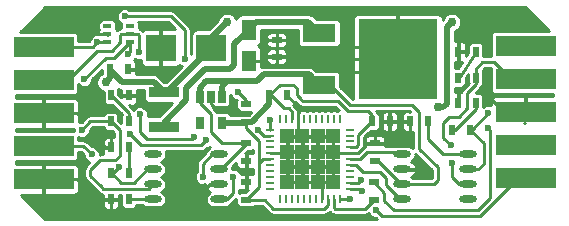
<source format=gtl>
G04 #@! TF.FileFunction,Copper,L1,Top,Signal*
%FSLAX46Y46*%
G04 Gerber Fmt 4.6, Leading zero omitted, Abs format (unit mm)*
G04 Created by KiCad (PCBNEW (2015-07-11 BZR 5925, Git c291b88)-product) date 8/6/2015 4:30:13 PM*
%MOMM*%
G01*
G04 APERTURE LIST*
%ADD10C,0.100000*%
%ADD11R,0.500000X0.900000*%
%ADD12R,1.230000X1.800000*%
%ADD13R,0.900000X0.500000*%
%ADD14R,2.499360X2.301240*%
%ADD15R,2.500000X0.900000*%
%ADD16R,0.250000X0.700000*%
%ADD17R,0.700000X0.250000*%
%ADD18R,1.287500X1.287500*%
%ADD19O,1.473200X0.609600*%
%ADD20R,2.780000X1.550000*%
%ADD21R,6.730000X6.740000*%
%ADD22R,0.650000X1.060000*%
%ADD23R,0.749300X0.398780*%
%ADD24R,5.080000X1.778000*%
%ADD25C,0.600000*%
%ADD26C,0.750000*%
%ADD27C,0.250000*%
%ADD28C,0.500000*%
%ADD29C,0.254000*%
G04 APERTURE END LIST*
D10*
D11*
X70350000Y-104400000D03*
X71850000Y-104400000D03*
X71850000Y-108800000D03*
X70350000Y-108800000D03*
X101250000Y-100700000D03*
X99750000Y-100700000D03*
X101250000Y-105000000D03*
X99750000Y-105000000D03*
X70250000Y-102200000D03*
X71750000Y-102200000D03*
D12*
X82010000Y-101480000D03*
X82010000Y-98860000D03*
D13*
X84390000Y-98210000D03*
X84390000Y-99710000D03*
X84390000Y-102610000D03*
X84390000Y-101110000D03*
X92700000Y-109950000D03*
X92700000Y-108450000D03*
D11*
X83750000Y-104400000D03*
X85250000Y-104400000D03*
X92450000Y-106600000D03*
X93950000Y-106600000D03*
D13*
X81800000Y-113250000D03*
X81800000Y-111750000D03*
D14*
X78848840Y-100400000D03*
X74551160Y-100400000D03*
D15*
X74800000Y-104150000D03*
X74800000Y-107050000D03*
D16*
X84700000Y-113200000D03*
X85200000Y-113200000D03*
X85700000Y-113200000D03*
X86200000Y-113200000D03*
X86700000Y-113200000D03*
X87200000Y-113200000D03*
X87700000Y-113200000D03*
X88200000Y-113200000D03*
X88700000Y-113200000D03*
X89200000Y-113200000D03*
X89700000Y-113200000D03*
D17*
X90600000Y-112300000D03*
X90600000Y-111800000D03*
X90600000Y-111300000D03*
X90600000Y-110800000D03*
X90600000Y-110300000D03*
X90600000Y-109800000D03*
X90600000Y-109300000D03*
X90600000Y-108800000D03*
X90600000Y-108300000D03*
X90600000Y-107800000D03*
X90600000Y-107300000D03*
D16*
X89700000Y-106400000D03*
X89200000Y-106400000D03*
X88700000Y-106400000D03*
X88200000Y-106400000D03*
X87700000Y-106400000D03*
X87200000Y-106400000D03*
X86700000Y-106400000D03*
X86200000Y-106400000D03*
X85700000Y-106400000D03*
X85200000Y-106400000D03*
X84700000Y-106400000D03*
D17*
X83800000Y-107300000D03*
X83800000Y-107800000D03*
X83800000Y-108300000D03*
X83800000Y-108800000D03*
X83800000Y-109300000D03*
X83800000Y-109800000D03*
X83800000Y-110300000D03*
X83800000Y-110800000D03*
X83800000Y-111300000D03*
X83800000Y-111800000D03*
X83800000Y-112300000D03*
D18*
X89131250Y-107868750D03*
X87843750Y-107868750D03*
X86556250Y-107868750D03*
X85268750Y-107868750D03*
X89131250Y-109156250D03*
X87843750Y-109156250D03*
X86556250Y-109156250D03*
X85268750Y-109156250D03*
X89131250Y-110443750D03*
X87843750Y-110443750D03*
X86556250Y-110443750D03*
X85268750Y-110443750D03*
X89131250Y-111731250D03*
X87843750Y-111731250D03*
X86556250Y-111731250D03*
X85268750Y-111731250D03*
D13*
X81800000Y-106650000D03*
X81800000Y-105150000D03*
D11*
X70350000Y-106600000D03*
X71850000Y-106600000D03*
X70350000Y-111000000D03*
X71850000Y-111000000D03*
X101250000Y-102900000D03*
X99750000Y-102900000D03*
X100750000Y-107300000D03*
X99250000Y-107300000D03*
X71850000Y-113200000D03*
X70350000Y-113200000D03*
X97150000Y-106600000D03*
X95650000Y-106600000D03*
D13*
X92600000Y-111750000D03*
X92600000Y-113250000D03*
D19*
X79494000Y-113205000D03*
X79494000Y-111935000D03*
X79494000Y-110665000D03*
X79494000Y-109395000D03*
X73906000Y-109395000D03*
X73906000Y-110665000D03*
X73906000Y-111935000D03*
X73906000Y-113205000D03*
X95006000Y-109395000D03*
X95006000Y-110665000D03*
X95006000Y-111935000D03*
X95006000Y-113205000D03*
X100594000Y-113205000D03*
X100594000Y-111935000D03*
X100594000Y-110665000D03*
X100594000Y-109395000D03*
D20*
X87990000Y-103490000D03*
D21*
X94625000Y-101310000D03*
D20*
X87990000Y-99130000D03*
D22*
X79750000Y-104500000D03*
X78800000Y-104500000D03*
X77850000Y-104500000D03*
X77850000Y-106700000D03*
X79750000Y-106700000D03*
D23*
X70050040Y-98549760D03*
X70050040Y-99200000D03*
X70050040Y-99850240D03*
X71949960Y-99850240D03*
X71949960Y-99200000D03*
X71949960Y-98549760D03*
D13*
X81800000Y-108450000D03*
X81800000Y-109950000D03*
D24*
X64640000Y-103106000D03*
X64640000Y-105900000D03*
X64640000Y-108694000D03*
X64640000Y-111488000D03*
X64640000Y-100312000D03*
X105460000Y-108594000D03*
X105460000Y-105800000D03*
X105460000Y-103006000D03*
X105460000Y-100212000D03*
X105460000Y-111388000D03*
D25*
X106100000Y-98400000D03*
X103100000Y-97800000D03*
X99800000Y-103900000D03*
X69000000Y-108000000D03*
X68200000Y-104600000D03*
X68200000Y-105600000D03*
X68500000Y-112300000D03*
X68500000Y-114000000D03*
X66600000Y-114000000D03*
X64800000Y-113900000D03*
X102200000Y-102600000D03*
X102200000Y-103500000D03*
X102200000Y-104400000D03*
X73800000Y-105500000D03*
X77800000Y-112900000D03*
X75600000Y-109400000D03*
X81800000Y-110800000D03*
X86300000Y-105500000D03*
X64700000Y-98000000D03*
X66700000Y-97900000D03*
X68600000Y-98900000D03*
X73300000Y-98500000D03*
X74500000Y-98500000D03*
X87200000Y-101400000D03*
X88700000Y-101400000D03*
X90100000Y-101400000D03*
X83300000Y-101700000D03*
X83300000Y-100500000D03*
X75400000Y-102400000D03*
X73500000Y-102400000D03*
X74400000Y-102400000D03*
X87843750Y-110443750D03*
X86556250Y-110443750D03*
X87843750Y-109156250D03*
X86556250Y-109156250D03*
X80500000Y-105600000D03*
X95200000Y-108200000D03*
X99700000Y-99400000D03*
X96600000Y-110900000D03*
D26*
X69900000Y-103300000D03*
X98000000Y-105400000D03*
X99200000Y-98200000D03*
X80200000Y-98200000D03*
D25*
X92800000Y-114100000D03*
X90600000Y-113200000D03*
X78100000Y-111300000D03*
X91600000Y-112500000D03*
X80700000Y-111300000D03*
X91500000Y-111600000D03*
X71800000Y-100900000D03*
X72000000Y-107700000D03*
X78400000Y-108200000D03*
X83800000Y-106500000D03*
X68100000Y-103000000D03*
X82800000Y-107300000D03*
X77400000Y-107900000D03*
X72800000Y-106000000D03*
X72700000Y-100700000D03*
X67900000Y-107300000D03*
X71000000Y-110500000D03*
X68700000Y-109400000D03*
X69200000Y-99900000D03*
X71500000Y-97700000D03*
X76600000Y-101300000D03*
X81100000Y-104100000D03*
X102300000Y-105900000D03*
X99200000Y-110100000D03*
X99100000Y-108600000D03*
X102300000Y-107200000D03*
D27*
X105360000Y-106747000D02*
X105313000Y-106700000D01*
X70350000Y-104400000D02*
X71850000Y-105900000D01*
X71850000Y-105900000D02*
X71850000Y-106600000D01*
X99700000Y-99400000D02*
X101500000Y-99400000D01*
X105700000Y-98000000D02*
X105300000Y-98000000D01*
X106100000Y-98400000D02*
X105700000Y-98000000D01*
X101500000Y-99400000D02*
X103100000Y-97800000D01*
X99750000Y-105000000D02*
X99750000Y-103950000D01*
X99750000Y-103950000D02*
X99800000Y-103900000D01*
X70350000Y-108800000D02*
X69800000Y-108800000D01*
X69800000Y-108800000D02*
X69000000Y-108000000D01*
X64640000Y-105900000D02*
X67900000Y-105900000D01*
X68200000Y-104600000D02*
X68200000Y-104400000D01*
X67900000Y-105900000D02*
X68200000Y-105600000D01*
X64640000Y-111488000D02*
X64640000Y-113740000D01*
X68300000Y-112100000D02*
X68200000Y-112100000D01*
X68500000Y-112300000D02*
X68300000Y-112100000D01*
X66600000Y-114000000D02*
X68500000Y-114000000D01*
X64640000Y-113740000D02*
X64800000Y-113900000D01*
X102200000Y-104400000D02*
X102200000Y-103500000D01*
X102200000Y-102600000D02*
X102200000Y-102500000D01*
X105460000Y-105800000D02*
X103600000Y-105800000D01*
X103600000Y-105800000D02*
X102200000Y-104400000D01*
X71850000Y-104400000D02*
X72400000Y-104400000D01*
X73500000Y-105500000D02*
X73800000Y-105500000D01*
X72400000Y-104400000D02*
X73500000Y-105500000D01*
X79494000Y-111935000D02*
X78765000Y-111935000D01*
X78765000Y-111935000D02*
X77800000Y-112900000D01*
X75600000Y-109400000D02*
X75700000Y-109500000D01*
X75700000Y-109500000D02*
X76600000Y-109500000D01*
X81800000Y-110800000D02*
X81800000Y-111750000D01*
X81800000Y-109950000D02*
X81800000Y-110800000D01*
X86200000Y-106400000D02*
X86200000Y-105600000D01*
X86200000Y-105600000D02*
X86300000Y-105500000D01*
X85250000Y-104400000D02*
X86300000Y-105450000D01*
X86300000Y-105450000D02*
X86300000Y-105500000D01*
X70050040Y-99200000D02*
X68900000Y-99200000D01*
X66600000Y-98000000D02*
X64700000Y-98000000D01*
X66700000Y-97900000D02*
X66600000Y-98000000D01*
X68900000Y-99200000D02*
X68600000Y-98900000D01*
X74551160Y-100400000D02*
X74551160Y-98551160D01*
X74551160Y-98551160D02*
X74500000Y-98500000D01*
X94625000Y-101310000D02*
X93535000Y-102400000D01*
X93535000Y-102400000D02*
X90400000Y-102400000D01*
X94625000Y-101310000D02*
X93715000Y-100300000D01*
X93715000Y-100300000D02*
X90400000Y-100300000D01*
X94625000Y-101310000D02*
X90190000Y-101310000D01*
X88700000Y-101400000D02*
X87200000Y-101400000D01*
X90190000Y-101310000D02*
X90100000Y-101400000D01*
X82010000Y-101480000D02*
X83280000Y-101480000D01*
X83300000Y-101700000D02*
X83300000Y-101900000D01*
X83300000Y-101460000D02*
X83300000Y-100500000D01*
X83280000Y-101480000D02*
X83300000Y-101460000D01*
X74400000Y-102400000D02*
X75400000Y-102400000D01*
X74551160Y-100400000D02*
X74551160Y-102248840D01*
X73500000Y-102400000D02*
X73500000Y-102200000D01*
X74551160Y-102248840D02*
X74400000Y-102400000D01*
X78800000Y-104500000D02*
X78800000Y-105100000D01*
X79300000Y-105600000D02*
X80500000Y-105600000D01*
X78800000Y-105100000D02*
X79300000Y-105600000D01*
X88200000Y-113200000D02*
X88200000Y-112087500D01*
X88200000Y-112087500D02*
X87843750Y-111731250D01*
X90600000Y-109300000D02*
X89275000Y-109300000D01*
X89275000Y-109300000D02*
X89131250Y-109156250D01*
X86200000Y-106400000D02*
X86200000Y-107512500D01*
X86200000Y-107512500D02*
X86556250Y-107868750D01*
X83800000Y-109300000D02*
X85125000Y-109300000D01*
X85125000Y-109300000D02*
X85268750Y-109156250D01*
X93950000Y-106600000D02*
X93950000Y-107850000D01*
X94300000Y-108200000D02*
X95200000Y-108200000D01*
X93950000Y-107850000D02*
X94300000Y-108200000D01*
X99750000Y-100700000D02*
X99700000Y-100650000D01*
X99700000Y-100650000D02*
X99700000Y-99400000D01*
X90600000Y-109300000D02*
X91236398Y-109300000D01*
X92086398Y-107600000D02*
X93900000Y-107600000D01*
X91800000Y-107886398D02*
X92086398Y-107600000D01*
X91800000Y-108400000D02*
X91800000Y-107886398D01*
X91800000Y-108736398D02*
X91800000Y-108400000D01*
X91236398Y-109300000D02*
X91800000Y-108736398D01*
X95006000Y-110665000D02*
X96365000Y-110665000D01*
X96365000Y-110665000D02*
X96600000Y-110900000D01*
X71850000Y-108800000D02*
X71850000Y-111000000D01*
X99750000Y-102900000D02*
X99800000Y-102900000D01*
X99800000Y-102900000D02*
X101250000Y-100700000D01*
X101250000Y-105000000D02*
X101250000Y-105550000D01*
X101250000Y-105550000D02*
X99500000Y-107300000D01*
X99500000Y-107300000D02*
X99250000Y-107300000D01*
D28*
X70250000Y-102950000D02*
X70250000Y-102200000D01*
X69900000Y-103300000D02*
X70250000Y-102950000D01*
X98000000Y-105400000D02*
X98500000Y-105400000D01*
X98800000Y-98600000D02*
X99200000Y-98200000D01*
X98800000Y-105100000D02*
X98800000Y-98600000D01*
X98500000Y-105400000D02*
X98800000Y-105100000D01*
X98000000Y-105400000D02*
X98100000Y-105400000D01*
X80200000Y-98200000D02*
X78848840Y-99551160D01*
X78848840Y-99551160D02*
X78848840Y-100400000D01*
X74800000Y-104150000D02*
X75098840Y-104150000D01*
X75098840Y-104150000D02*
X78848840Y-100400000D01*
X70250000Y-102200000D02*
X70250000Y-102250000D01*
X70250000Y-102250000D02*
X71300000Y-103300000D01*
X73950000Y-103300000D02*
X74800000Y-104150000D01*
X71300000Y-103300000D02*
X73950000Y-103300000D01*
X84390000Y-98210000D02*
X87070000Y-98210000D01*
X87070000Y-98210000D02*
X87990000Y-99130000D01*
X82010000Y-98860000D02*
X82660000Y-98210000D01*
X82660000Y-98210000D02*
X84390000Y-98210000D01*
X74800000Y-107050000D02*
X74800000Y-106700000D01*
X74800000Y-106700000D02*
X76700000Y-104800000D01*
X76700000Y-104800000D02*
X76700000Y-103800000D01*
X76700000Y-103800000D02*
X78300000Y-102200000D01*
X78300000Y-102200000D02*
X80400000Y-102200000D01*
X80400000Y-102200000D02*
X80800000Y-101800000D01*
X80800000Y-101800000D02*
X80800000Y-100070000D01*
X80800000Y-100070000D02*
X82010000Y-98860000D01*
D27*
X96400000Y-107200000D02*
X96400000Y-108900000D01*
X96400000Y-108900000D02*
X98000000Y-110500000D01*
X92800000Y-105200000D02*
X90600000Y-105200000D01*
X97665000Y-111935000D02*
X98000000Y-111600000D01*
X95006000Y-111935000D02*
X97665000Y-111935000D01*
X98000000Y-111600000D02*
X98000000Y-110500000D01*
X96400000Y-107200000D02*
X96400000Y-105800000D01*
X96400000Y-105800000D02*
X95800000Y-105200000D01*
X95800000Y-105200000D02*
X92800000Y-105200000D01*
X90600000Y-105200000D02*
X88890000Y-103490000D01*
X88890000Y-103490000D02*
X87990000Y-103490000D01*
X81800000Y-108450000D02*
X81800000Y-108500000D01*
X81800000Y-108500000D02*
X79635000Y-110665000D01*
X79635000Y-110665000D02*
X79494000Y-110665000D01*
X77850000Y-104500000D02*
X77850000Y-105050000D01*
X79750000Y-108450000D02*
X81800000Y-108450000D01*
X78800000Y-107500000D02*
X79750000Y-108450000D01*
X78800000Y-106000000D02*
X78800000Y-107500000D01*
X77850000Y-105050000D02*
X78800000Y-106000000D01*
D28*
X79750000Y-104500000D02*
X79750000Y-103650000D01*
X79750000Y-103650000D02*
X80200000Y-103200000D01*
X87990000Y-103490000D02*
X87110000Y-102610000D01*
X87110000Y-102610000D02*
X84390000Y-102610000D01*
X84390000Y-102610000D02*
X83390000Y-102610000D01*
X83390000Y-102610000D02*
X83290000Y-102610000D01*
X83290000Y-102610000D02*
X82700000Y-103200000D01*
X82700000Y-103200000D02*
X80200000Y-103200000D01*
X80200000Y-103200000D02*
X78431374Y-103200000D01*
X78431374Y-103200000D02*
X77850000Y-103781374D01*
X77850000Y-103781374D02*
X77850000Y-104500000D01*
D27*
X92700000Y-109950000D02*
X92950000Y-109950000D01*
X92950000Y-109950000D02*
X94935000Y-111935000D01*
X94935000Y-111935000D02*
X95006000Y-111935000D01*
X90450000Y-105750000D02*
X92150000Y-105750000D01*
X92450000Y-106050000D02*
X92450000Y-106600000D01*
X92150000Y-105750000D02*
X92450000Y-106050000D01*
X86550000Y-104850000D02*
X89550000Y-104850000D01*
X89550000Y-104850000D02*
X90450000Y-105750000D01*
X86550000Y-104850000D02*
X86400000Y-104700000D01*
X82900000Y-108400000D02*
X82900000Y-108300000D01*
X81800000Y-107200000D02*
X81800000Y-106650000D01*
X82900000Y-108300000D02*
X81800000Y-107200000D01*
X82900000Y-110100000D02*
X82900000Y-108400000D01*
X81800000Y-113250000D02*
X83350000Y-113250000D01*
X88700000Y-113700000D02*
X88700000Y-113200000D01*
X88400000Y-114000000D02*
X88700000Y-113700000D01*
X84100000Y-114000000D02*
X88400000Y-114000000D01*
X83350000Y-113250000D02*
X84100000Y-114000000D01*
X83800000Y-109800000D02*
X83200000Y-109800000D01*
X82900000Y-112150000D02*
X81800000Y-113250000D01*
X82900000Y-110100000D02*
X82900000Y-112150000D01*
X83200000Y-109800000D02*
X82900000Y-110100000D01*
X83750000Y-104400000D02*
X84650000Y-103500000D01*
X86100000Y-104400000D02*
X86400000Y-104700000D01*
X86100000Y-103800000D02*
X86100000Y-104400000D01*
X85800000Y-103500000D02*
X86100000Y-103800000D01*
X84650000Y-103500000D02*
X85800000Y-103500000D01*
X83750000Y-104400000D02*
X83900000Y-104400000D01*
X83900000Y-104400000D02*
X85000000Y-105500000D01*
X85700000Y-105800000D02*
X85700000Y-106400000D01*
X85400000Y-105500000D02*
X85700000Y-105800000D01*
X85000000Y-105500000D02*
X85400000Y-105500000D01*
D28*
X81700000Y-106650000D02*
X82250000Y-106650000D01*
X83750000Y-105150000D02*
X83750000Y-104400000D01*
X82250000Y-106650000D02*
X83750000Y-105150000D01*
X79750000Y-106700000D02*
X81650000Y-106700000D01*
X81650000Y-106700000D02*
X81700000Y-106650000D01*
D27*
X90600000Y-108800000D02*
X91100000Y-108800000D01*
X91100000Y-108800000D02*
X91300000Y-108600000D01*
X91300000Y-108600000D02*
X91300000Y-107750000D01*
X91300000Y-107750000D02*
X92450000Y-106600000D01*
X92600000Y-113250000D02*
X92600000Y-113300000D01*
X89200000Y-113200000D02*
X89200000Y-113900000D01*
X91850000Y-114000000D02*
X92600000Y-113250000D01*
X89300000Y-114000000D02*
X91850000Y-114000000D01*
X89200000Y-113900000D02*
X89300000Y-114000000D01*
X105460000Y-111388000D02*
X104812000Y-111388000D01*
X104812000Y-111388000D02*
X101600000Y-114600000D01*
X101600000Y-114600000D02*
X93300000Y-114600000D01*
X93300000Y-114600000D02*
X92800000Y-114100000D01*
X90600000Y-113200000D02*
X89700000Y-113200000D01*
X78100000Y-110200000D02*
X78905000Y-109395000D01*
X78100000Y-111300000D02*
X78100000Y-110200000D01*
X78905000Y-109395000D02*
X79494000Y-109395000D01*
X90600000Y-112300000D02*
X91400000Y-112300000D01*
X91400000Y-112300000D02*
X91600000Y-112500000D01*
X80700000Y-112700000D02*
X80195000Y-113205000D01*
X80700000Y-111300000D02*
X80700000Y-112700000D01*
X80195000Y-113205000D02*
X79494000Y-113205000D01*
X90600000Y-111800000D02*
X91300000Y-111800000D01*
X91300000Y-111800000D02*
X91500000Y-111600000D01*
X95006000Y-113205000D02*
X94805000Y-113205000D01*
X94805000Y-113205000D02*
X93600000Y-112000000D01*
X93600000Y-112000000D02*
X93600000Y-111400000D01*
X93600000Y-111400000D02*
X93100000Y-110900000D01*
X93100000Y-110900000D02*
X91700000Y-110900000D01*
X91700000Y-110900000D02*
X91100000Y-110300000D01*
X91100000Y-110300000D02*
X90600000Y-110300000D01*
X90600000Y-109800000D02*
X91400000Y-109800000D01*
X92000000Y-109200000D02*
X94811000Y-109200000D01*
X91400000Y-109800000D02*
X92000000Y-109200000D01*
X94811000Y-109200000D02*
X95006000Y-109395000D01*
X83800000Y-107300000D02*
X83800000Y-106500000D01*
X71949960Y-100750040D02*
X71800000Y-100900000D01*
X72000000Y-107700000D02*
X72900000Y-108600000D01*
X72900000Y-108600000D02*
X77800000Y-108600000D01*
X71949960Y-100750040D02*
X71949960Y-99850240D01*
X78000000Y-108600000D02*
X77800000Y-108600000D01*
X78400000Y-108200000D02*
X78000000Y-108600000D01*
X68100000Y-103000000D02*
X69900000Y-101200000D01*
X69900000Y-101200000D02*
X70600200Y-101200000D01*
X70600200Y-101200000D02*
X71949960Y-99850240D01*
X83800000Y-107800000D02*
X83300000Y-107800000D01*
X83300000Y-107800000D02*
X82800000Y-107300000D01*
X77400000Y-107900000D02*
X77200000Y-108100000D01*
X77200000Y-108100000D02*
X73400000Y-108100000D01*
X73400000Y-108100000D02*
X72800000Y-107500000D01*
X72800000Y-107500000D02*
X72800000Y-106000000D01*
X72700000Y-100700000D02*
X72700000Y-99300000D01*
X72700000Y-99300000D02*
X72600000Y-99200000D01*
X72600000Y-99200000D02*
X71949960Y-99200000D01*
X64640000Y-103106000D02*
X66694000Y-103106000D01*
X66694000Y-103106000D02*
X69200000Y-100600000D01*
X69200000Y-100600000D02*
X70400000Y-100600000D01*
X70400000Y-100600000D02*
X71100000Y-99900000D01*
X71100000Y-99900000D02*
X71100000Y-99300000D01*
X71100000Y-99300000D02*
X71200000Y-99200000D01*
X71200000Y-99200000D02*
X71949960Y-99200000D01*
X68600000Y-106600000D02*
X70350000Y-106600000D01*
X67900000Y-107300000D02*
X68600000Y-106600000D01*
X69500000Y-112100000D02*
X69700000Y-112300000D01*
X71100000Y-107350000D02*
X71100000Y-109500000D01*
X71100000Y-109500000D02*
X70700000Y-109900000D01*
X70700000Y-109900000D02*
X69400000Y-109900000D01*
X69400000Y-109900000D02*
X68600000Y-110700000D01*
X68600000Y-110700000D02*
X68600000Y-111200000D01*
X68600000Y-111200000D02*
X69500000Y-112100000D01*
X70350000Y-106600000D02*
X71100000Y-107350000D01*
X73541000Y-112300000D02*
X73906000Y-111935000D01*
X69700000Y-112300000D02*
X73541000Y-112300000D01*
X64640000Y-108694000D02*
X67994000Y-108694000D01*
X71000000Y-110500000D02*
X70500000Y-111000000D01*
X67994000Y-108694000D02*
X68700000Y-109400000D01*
X70500000Y-111000000D02*
X70350000Y-111000000D01*
X70350000Y-111000000D02*
X70400000Y-111000000D01*
X70400000Y-111000000D02*
X71200000Y-111800000D01*
X72300000Y-111800000D02*
X73435000Y-110665000D01*
X71200000Y-111800000D02*
X72300000Y-111800000D01*
X73435000Y-110665000D02*
X73906000Y-110665000D01*
X73906000Y-110665000D02*
X73635000Y-110665000D01*
X64640000Y-100312000D02*
X68788000Y-100312000D01*
X68788000Y-100312000D02*
X69200000Y-99900000D01*
X70050040Y-99850240D02*
X69249760Y-99850240D01*
X69249760Y-99850240D02*
X69200000Y-99900000D01*
X71500000Y-97700000D02*
X75400000Y-97700000D01*
X75400000Y-97700000D02*
X76249760Y-98549760D01*
X81800000Y-104800000D02*
X81800000Y-105150000D01*
X81800000Y-104800000D02*
X81100000Y-104100000D01*
X76600000Y-98900000D02*
X76249760Y-98549760D01*
X76600000Y-101300000D02*
X76600000Y-98900000D01*
X102300000Y-105900000D02*
X100900000Y-107300000D01*
X100900000Y-107300000D02*
X100750000Y-107300000D01*
X100750000Y-107300000D02*
X101900000Y-108450000D01*
X101435000Y-110665000D02*
X100594000Y-110665000D01*
X101900000Y-110200000D02*
X101435000Y-110665000D01*
X101900000Y-108450000D02*
X101900000Y-110200000D01*
X105460000Y-103006000D02*
X104206000Y-103006000D01*
X104206000Y-103006000D02*
X102800000Y-101600000D01*
X101250000Y-102150000D02*
X101250000Y-102900000D01*
X101800000Y-101600000D02*
X101250000Y-102150000D01*
X102800000Y-101600000D02*
X101800000Y-101600000D01*
X98500000Y-107100000D02*
X98500000Y-108000000D01*
X101250000Y-103450000D02*
X100500000Y-104200000D01*
X100500000Y-104200000D02*
X100500000Y-105500000D01*
X100500000Y-105500000D02*
X99800000Y-106200000D01*
X99800000Y-106200000D02*
X99000000Y-106200000D01*
X99000000Y-106200000D02*
X98500000Y-106700000D01*
X98500000Y-106700000D02*
X98500000Y-107100000D01*
X101250000Y-102900000D02*
X101250000Y-103450000D01*
X99835000Y-111935000D02*
X100594000Y-111935000D01*
X99200000Y-111300000D02*
X99835000Y-111935000D01*
X99200000Y-110100000D02*
X99200000Y-111300000D01*
X98500000Y-108000000D02*
X99100000Y-108600000D01*
X101356000Y-103006000D02*
X101250000Y-102900000D01*
X101250000Y-102900000D02*
X101250000Y-103150000D01*
X101165000Y-111935000D02*
X100594000Y-111935000D01*
X101250000Y-102850000D02*
X101250000Y-102900000D01*
X93500000Y-112650000D02*
X92600000Y-111750000D01*
X93500000Y-113300000D02*
X93500000Y-112650000D01*
X94300000Y-114100000D02*
X93500000Y-113300000D01*
X101400000Y-114100000D02*
X94300000Y-114100000D01*
X102400000Y-113100000D02*
X101400000Y-114100000D01*
X102400000Y-111900000D02*
X102400000Y-113100000D01*
X102400000Y-107300000D02*
X102400000Y-111900000D01*
X102300000Y-107200000D02*
X102400000Y-107300000D01*
X71750000Y-113200000D02*
X73901000Y-113200000D01*
X73901000Y-113200000D02*
X73906000Y-113205000D01*
X97150000Y-106600000D02*
X97150000Y-108050000D01*
X98495000Y-109395000D02*
X100594000Y-109395000D01*
X97150000Y-108050000D02*
X98495000Y-109395000D01*
X100594000Y-109395000D02*
X99995000Y-109395000D01*
D29*
G36*
X78558278Y-108912895D02*
X78410482Y-109134086D01*
X78399185Y-109190879D01*
X77745032Y-109845032D01*
X77636212Y-110007893D01*
X77597999Y-110200000D01*
X77598000Y-110200005D01*
X77598000Y-110844537D01*
X77526402Y-110916010D01*
X77423118Y-111164746D01*
X77422883Y-111434073D01*
X77525733Y-111682989D01*
X77716010Y-111873598D01*
X77964746Y-111976882D01*
X78234073Y-111977117D01*
X78322400Y-111940621D01*
X78322400Y-111962002D01*
X78431726Y-111962002D01*
X78336219Y-112077321D01*
X78368381Y-112193165D01*
X78519990Y-112439026D01*
X78742542Y-112599773D01*
X78558278Y-112722895D01*
X78410482Y-112944086D01*
X78358583Y-113205000D01*
X78410482Y-113465914D01*
X78558278Y-113687105D01*
X78779469Y-113834901D01*
X79040383Y-113886800D01*
X79947617Y-113886800D01*
X80208531Y-113834901D01*
X80429722Y-113687105D01*
X80486205Y-113602573D01*
X80549968Y-113559968D01*
X80965614Y-113144321D01*
X80965614Y-113500000D01*
X80993505Y-113643749D01*
X81076498Y-113770091D01*
X81201788Y-113854663D01*
X81350000Y-113884386D01*
X82250000Y-113884386D01*
X82393749Y-113856495D01*
X82520091Y-113773502D01*
X82534605Y-113752000D01*
X83142064Y-113752000D01*
X83745030Y-114354965D01*
X83745032Y-114354968D01*
X83815421Y-114402000D01*
X83907892Y-114463788D01*
X84100000Y-114502000D01*
X88399995Y-114502000D01*
X88400000Y-114502001D01*
X88592107Y-114463788D01*
X88754968Y-114354968D01*
X88850000Y-114259936D01*
X88945030Y-114354965D01*
X88945032Y-114354968D01*
X89015421Y-114402000D01*
X89107892Y-114463788D01*
X89300000Y-114502000D01*
X91849995Y-114502000D01*
X91850000Y-114502001D01*
X92042107Y-114463788D01*
X92179788Y-114371793D01*
X92225733Y-114482989D01*
X92416010Y-114673598D01*
X92664746Y-114776882D01*
X92767036Y-114776971D01*
X92863065Y-114873000D01*
X64776869Y-114873000D01*
X64401935Y-114498065D01*
X64401932Y-114498063D01*
X63239620Y-113335750D01*
X69665000Y-113335750D01*
X69665000Y-113736527D01*
X69731225Y-113896408D01*
X69853592Y-114018775D01*
X70013473Y-114085000D01*
X70214250Y-114085000D01*
X70323000Y-113976250D01*
X70323000Y-113227000D01*
X70377000Y-113227000D01*
X70377000Y-113976250D01*
X70485750Y-114085000D01*
X70686527Y-114085000D01*
X70846408Y-114018775D01*
X70968775Y-113896408D01*
X71035000Y-113736527D01*
X71035000Y-113335750D01*
X70926250Y-113227000D01*
X70377000Y-113227000D01*
X70323000Y-113227000D01*
X70323000Y-113227000D01*
X69773750Y-113227000D01*
X69665000Y-113335750D01*
X63239620Y-113335750D01*
X62715870Y-112812000D01*
X64504250Y-112812000D01*
X64613000Y-112703250D01*
X64613000Y-111515000D01*
X64667000Y-111515000D01*
X64667000Y-112703250D01*
X64775750Y-112812000D01*
X67266527Y-112812000D01*
X67426408Y-112745775D01*
X67548775Y-112623408D01*
X67615000Y-112463527D01*
X67615000Y-111623750D01*
X67506250Y-111515000D01*
X64667000Y-111515000D01*
X64613000Y-111515000D01*
X64613000Y-111515000D01*
X64593000Y-111515000D01*
X64593000Y-111461000D01*
X64613000Y-111461000D01*
X64613000Y-110272750D01*
X64667000Y-110272750D01*
X64667000Y-111461000D01*
X67506250Y-111461000D01*
X67615000Y-111352250D01*
X67615000Y-110512473D01*
X67548775Y-110352592D01*
X67426408Y-110230225D01*
X67266527Y-110164000D01*
X64775750Y-110164000D01*
X64667000Y-110272750D01*
X64613000Y-110272750D01*
X64613000Y-110272750D01*
X64504250Y-110164000D01*
X62327000Y-110164000D01*
X62327000Y-109967386D01*
X67180000Y-109967386D01*
X67323749Y-109939495D01*
X67450091Y-109856502D01*
X67534663Y-109731212D01*
X67564386Y-109583000D01*
X67564386Y-109196000D01*
X67786064Y-109196000D01*
X68022971Y-109432907D01*
X68022883Y-109534073D01*
X68125733Y-109782989D01*
X68316010Y-109973598D01*
X68528311Y-110061753D01*
X68245032Y-110345032D01*
X68136212Y-110507893D01*
X68097999Y-110700000D01*
X68098000Y-110700005D01*
X68098000Y-111199995D01*
X68097999Y-111200000D01*
X68136212Y-111392107D01*
X68245032Y-111554968D01*
X69145030Y-112454965D01*
X69145032Y-112454968D01*
X69345030Y-112654965D01*
X69345032Y-112654968D01*
X69479823Y-112745032D01*
X69507893Y-112763788D01*
X69665000Y-112795039D01*
X69665000Y-113064250D01*
X69773750Y-113173000D01*
X70323000Y-113173000D01*
X70323000Y-113153000D01*
X70377000Y-113153000D01*
X70377000Y-113173000D01*
X70926250Y-113173000D01*
X71035000Y-113064250D01*
X71035000Y-112802000D01*
X71215614Y-112802000D01*
X71215614Y-113650000D01*
X71243505Y-113793749D01*
X71326498Y-113920091D01*
X71451788Y-114004663D01*
X71600000Y-114034386D01*
X72100000Y-114034386D01*
X72243749Y-114006495D01*
X72370091Y-113923502D01*
X72454663Y-113798212D01*
X72473958Y-113702000D01*
X72992570Y-113702000D01*
X73191469Y-113834901D01*
X73452383Y-113886800D01*
X74359617Y-113886800D01*
X74620531Y-113834901D01*
X74841722Y-113687105D01*
X74989518Y-113465914D01*
X75041417Y-113205000D01*
X74989518Y-112944086D01*
X74841722Y-112722895D01*
X74620531Y-112575099D01*
X74594897Y-112570000D01*
X74620531Y-112564901D01*
X74841722Y-112417105D01*
X74989518Y-112195914D01*
X75041417Y-111935000D01*
X74989518Y-111674086D01*
X74841722Y-111452895D01*
X74620531Y-111305099D01*
X74594897Y-111300000D01*
X74620531Y-111294901D01*
X74841722Y-111147105D01*
X74989518Y-110925914D01*
X75041417Y-110665000D01*
X74989518Y-110404086D01*
X74841722Y-110182895D01*
X74620531Y-110035099D01*
X74594897Y-110030000D01*
X74620531Y-110024901D01*
X74841722Y-109877105D01*
X74989518Y-109655914D01*
X75041417Y-109395000D01*
X74989518Y-109134086D01*
X74968079Y-109102000D01*
X77999995Y-109102000D01*
X78000000Y-109102001D01*
X78192107Y-109063788D01*
X78354968Y-108954968D01*
X78432907Y-108877029D01*
X78534073Y-108877117D01*
X78737811Y-108792934D01*
X78558278Y-108912895D01*
X78558278Y-108912895D01*
G37*
X78558278Y-108912895D02*
X78410482Y-109134086D01*
X78399185Y-109190879D01*
X77745032Y-109845032D01*
X77636212Y-110007893D01*
X77597999Y-110200000D01*
X77598000Y-110200005D01*
X77598000Y-110844537D01*
X77526402Y-110916010D01*
X77423118Y-111164746D01*
X77422883Y-111434073D01*
X77525733Y-111682989D01*
X77716010Y-111873598D01*
X77964746Y-111976882D01*
X78234073Y-111977117D01*
X78322400Y-111940621D01*
X78322400Y-111962002D01*
X78431726Y-111962002D01*
X78336219Y-112077321D01*
X78368381Y-112193165D01*
X78519990Y-112439026D01*
X78742542Y-112599773D01*
X78558278Y-112722895D01*
X78410482Y-112944086D01*
X78358583Y-113205000D01*
X78410482Y-113465914D01*
X78558278Y-113687105D01*
X78779469Y-113834901D01*
X79040383Y-113886800D01*
X79947617Y-113886800D01*
X80208531Y-113834901D01*
X80429722Y-113687105D01*
X80486205Y-113602573D01*
X80549968Y-113559968D01*
X80965614Y-113144321D01*
X80965614Y-113500000D01*
X80993505Y-113643749D01*
X81076498Y-113770091D01*
X81201788Y-113854663D01*
X81350000Y-113884386D01*
X82250000Y-113884386D01*
X82393749Y-113856495D01*
X82520091Y-113773502D01*
X82534605Y-113752000D01*
X83142064Y-113752000D01*
X83745030Y-114354965D01*
X83745032Y-114354968D01*
X83815421Y-114402000D01*
X83907892Y-114463788D01*
X84100000Y-114502000D01*
X88399995Y-114502000D01*
X88400000Y-114502001D01*
X88592107Y-114463788D01*
X88754968Y-114354968D01*
X88850000Y-114259936D01*
X88945030Y-114354965D01*
X88945032Y-114354968D01*
X89015421Y-114402000D01*
X89107892Y-114463788D01*
X89300000Y-114502000D01*
X91849995Y-114502000D01*
X91850000Y-114502001D01*
X92042107Y-114463788D01*
X92179788Y-114371793D01*
X92225733Y-114482989D01*
X92416010Y-114673598D01*
X92664746Y-114776882D01*
X92767036Y-114776971D01*
X92863065Y-114873000D01*
X64776869Y-114873000D01*
X64401935Y-114498065D01*
X64401932Y-114498063D01*
X63239620Y-113335750D01*
X69665000Y-113335750D01*
X69665000Y-113736527D01*
X69731225Y-113896408D01*
X69853592Y-114018775D01*
X70013473Y-114085000D01*
X70214250Y-114085000D01*
X70323000Y-113976250D01*
X70323000Y-113227000D01*
X70377000Y-113227000D01*
X70377000Y-113976250D01*
X70485750Y-114085000D01*
X70686527Y-114085000D01*
X70846408Y-114018775D01*
X70968775Y-113896408D01*
X71035000Y-113736527D01*
X71035000Y-113335750D01*
X70926250Y-113227000D01*
X70377000Y-113227000D01*
X70323000Y-113227000D01*
X70323000Y-113227000D01*
X69773750Y-113227000D01*
X69665000Y-113335750D01*
X63239620Y-113335750D01*
X62715870Y-112812000D01*
X64504250Y-112812000D01*
X64613000Y-112703250D01*
X64613000Y-111515000D01*
X64667000Y-111515000D01*
X64667000Y-112703250D01*
X64775750Y-112812000D01*
X67266527Y-112812000D01*
X67426408Y-112745775D01*
X67548775Y-112623408D01*
X67615000Y-112463527D01*
X67615000Y-111623750D01*
X67506250Y-111515000D01*
X64667000Y-111515000D01*
X64613000Y-111515000D01*
X64613000Y-111515000D01*
X64593000Y-111515000D01*
X64593000Y-111461000D01*
X64613000Y-111461000D01*
X64613000Y-110272750D01*
X64667000Y-110272750D01*
X64667000Y-111461000D01*
X67506250Y-111461000D01*
X67615000Y-111352250D01*
X67615000Y-110512473D01*
X67548775Y-110352592D01*
X67426408Y-110230225D01*
X67266527Y-110164000D01*
X64775750Y-110164000D01*
X64667000Y-110272750D01*
X64613000Y-110272750D01*
X64613000Y-110272750D01*
X64504250Y-110164000D01*
X62327000Y-110164000D01*
X62327000Y-109967386D01*
X67180000Y-109967386D01*
X67323749Y-109939495D01*
X67450091Y-109856502D01*
X67534663Y-109731212D01*
X67564386Y-109583000D01*
X67564386Y-109196000D01*
X67786064Y-109196000D01*
X68022971Y-109432907D01*
X68022883Y-109534073D01*
X68125733Y-109782989D01*
X68316010Y-109973598D01*
X68528311Y-110061753D01*
X68245032Y-110345032D01*
X68136212Y-110507893D01*
X68097999Y-110700000D01*
X68098000Y-110700005D01*
X68098000Y-111199995D01*
X68097999Y-111200000D01*
X68136212Y-111392107D01*
X68245032Y-111554968D01*
X69145030Y-112454965D01*
X69145032Y-112454968D01*
X69345030Y-112654965D01*
X69345032Y-112654968D01*
X69479823Y-112745032D01*
X69507893Y-112763788D01*
X69665000Y-112795039D01*
X69665000Y-113064250D01*
X69773750Y-113173000D01*
X70323000Y-113173000D01*
X70323000Y-113153000D01*
X70377000Y-113153000D01*
X70377000Y-113173000D01*
X70926250Y-113173000D01*
X71035000Y-113064250D01*
X71035000Y-112802000D01*
X71215614Y-112802000D01*
X71215614Y-113650000D01*
X71243505Y-113793749D01*
X71326498Y-113920091D01*
X71451788Y-114004663D01*
X71600000Y-114034386D01*
X72100000Y-114034386D01*
X72243749Y-114006495D01*
X72370091Y-113923502D01*
X72454663Y-113798212D01*
X72473958Y-113702000D01*
X72992570Y-113702000D01*
X73191469Y-113834901D01*
X73452383Y-113886800D01*
X74359617Y-113886800D01*
X74620531Y-113834901D01*
X74841722Y-113687105D01*
X74989518Y-113465914D01*
X75041417Y-113205000D01*
X74989518Y-112944086D01*
X74841722Y-112722895D01*
X74620531Y-112575099D01*
X74594897Y-112570000D01*
X74620531Y-112564901D01*
X74841722Y-112417105D01*
X74989518Y-112195914D01*
X75041417Y-111935000D01*
X74989518Y-111674086D01*
X74841722Y-111452895D01*
X74620531Y-111305099D01*
X74594897Y-111300000D01*
X74620531Y-111294901D01*
X74841722Y-111147105D01*
X74989518Y-110925914D01*
X75041417Y-110665000D01*
X74989518Y-110404086D01*
X74841722Y-110182895D01*
X74620531Y-110035099D01*
X74594897Y-110030000D01*
X74620531Y-110024901D01*
X74841722Y-109877105D01*
X74989518Y-109655914D01*
X75041417Y-109395000D01*
X74989518Y-109134086D01*
X74968079Y-109102000D01*
X77999995Y-109102000D01*
X78000000Y-109102001D01*
X78192107Y-109063788D01*
X78354968Y-108954968D01*
X78432907Y-108877029D01*
X78534073Y-108877117D01*
X78737811Y-108792934D01*
X78558278Y-108912895D01*
G36*
X82398000Y-109290463D02*
X82336527Y-109265000D01*
X81935750Y-109265000D01*
X81827000Y-109373750D01*
X81827000Y-109923000D01*
X81847000Y-109923000D01*
X81847000Y-109977000D01*
X81827000Y-109977000D01*
X81827000Y-110526250D01*
X81935750Y-110635000D01*
X82336527Y-110635000D01*
X82398000Y-110609537D01*
X82398000Y-111090463D01*
X82336527Y-111065000D01*
X81935750Y-111065000D01*
X81827000Y-111173750D01*
X81827000Y-111723000D01*
X81847000Y-111723000D01*
X81847000Y-111777000D01*
X81827000Y-111777000D01*
X81827000Y-112326250D01*
X81920407Y-112419657D01*
X81724450Y-112615614D01*
X81350000Y-112615614D01*
X81206251Y-112643505D01*
X81202000Y-112646297D01*
X81202000Y-112409537D01*
X81263473Y-112435000D01*
X81664250Y-112435000D01*
X81773000Y-112326250D01*
X81773000Y-111777000D01*
X81753000Y-111777000D01*
X81753000Y-111723000D01*
X81773000Y-111723000D01*
X81773000Y-111173750D01*
X81664250Y-111065000D01*
X81335415Y-111065000D01*
X81274267Y-110917011D01*
X81083990Y-110726402D01*
X80835254Y-110623118D01*
X80621049Y-110622931D01*
X80582219Y-110427717D01*
X80915000Y-110094936D01*
X80915000Y-110286527D01*
X80981225Y-110446408D01*
X81103592Y-110568775D01*
X81263473Y-110635000D01*
X81664250Y-110635000D01*
X81773000Y-110526250D01*
X81773000Y-109977000D01*
X81753000Y-109977000D01*
X81753000Y-109923000D01*
X81773000Y-109923000D01*
X81773000Y-109373750D01*
X81704593Y-109305343D01*
X81925549Y-109084386D01*
X82250000Y-109084386D01*
X82393749Y-109056495D01*
X82398000Y-109053703D01*
X82398000Y-109290463D01*
X82398000Y-109290463D01*
G37*
X82398000Y-109290463D02*
X82336527Y-109265000D01*
X81935750Y-109265000D01*
X81827000Y-109373750D01*
X81827000Y-109923000D01*
X81847000Y-109923000D01*
X81847000Y-109977000D01*
X81827000Y-109977000D01*
X81827000Y-110526250D01*
X81935750Y-110635000D01*
X82336527Y-110635000D01*
X82398000Y-110609537D01*
X82398000Y-111090463D01*
X82336527Y-111065000D01*
X81935750Y-111065000D01*
X81827000Y-111173750D01*
X81827000Y-111723000D01*
X81847000Y-111723000D01*
X81847000Y-111777000D01*
X81827000Y-111777000D01*
X81827000Y-112326250D01*
X81920407Y-112419657D01*
X81724450Y-112615614D01*
X81350000Y-112615614D01*
X81206251Y-112643505D01*
X81202000Y-112646297D01*
X81202000Y-112409537D01*
X81263473Y-112435000D01*
X81664250Y-112435000D01*
X81773000Y-112326250D01*
X81773000Y-111777000D01*
X81753000Y-111777000D01*
X81753000Y-111723000D01*
X81773000Y-111723000D01*
X81773000Y-111173750D01*
X81664250Y-111065000D01*
X81335415Y-111065000D01*
X81274267Y-110917011D01*
X81083990Y-110726402D01*
X80835254Y-110623118D01*
X80621049Y-110622931D01*
X80582219Y-110427717D01*
X80915000Y-110094936D01*
X80915000Y-110286527D01*
X80981225Y-110446408D01*
X81103592Y-110568775D01*
X81263473Y-110635000D01*
X81664250Y-110635000D01*
X81773000Y-110526250D01*
X81773000Y-109977000D01*
X81753000Y-109977000D01*
X81753000Y-109923000D01*
X81773000Y-109923000D01*
X81773000Y-109373750D01*
X81704593Y-109305343D01*
X81925549Y-109084386D01*
X82250000Y-109084386D01*
X82393749Y-109056495D01*
X82398000Y-109053703D01*
X82398000Y-109290463D01*
G36*
X79521000Y-111908000D02*
X79541000Y-111908000D01*
X79541000Y-111962000D01*
X79521000Y-111962000D01*
X79521000Y-111982000D01*
X79467000Y-111982000D01*
X79467000Y-111962000D01*
X79447000Y-111962000D01*
X79447000Y-111908000D01*
X79467000Y-111908000D01*
X79467000Y-111888000D01*
X79521000Y-111888000D01*
X79521000Y-111908000D01*
X79521000Y-111908000D01*
G37*
X79521000Y-111908000D02*
X79541000Y-111908000D01*
X79541000Y-111962000D01*
X79521000Y-111962000D01*
X79521000Y-111982000D01*
X79467000Y-111982000D01*
X79467000Y-111962000D01*
X79447000Y-111962000D01*
X79447000Y-111908000D01*
X79467000Y-111908000D01*
X79467000Y-111888000D01*
X79521000Y-111888000D01*
X79521000Y-111908000D01*
G36*
X89158250Y-107841750D02*
X89178250Y-107841750D01*
X89178250Y-107895750D01*
X89158250Y-107895750D01*
X89158250Y-109129250D01*
X89178250Y-109129250D01*
X89178250Y-109183250D01*
X89158250Y-109183250D01*
X89158250Y-110416750D01*
X89178250Y-110416750D01*
X89178250Y-110470750D01*
X89158250Y-110470750D01*
X89158250Y-111704250D01*
X89178250Y-111704250D01*
X89178250Y-111758250D01*
X89158250Y-111758250D01*
X89158250Y-111778250D01*
X89104250Y-111778250D01*
X89104250Y-111758250D01*
X87870750Y-111758250D01*
X87870750Y-111778250D01*
X87816750Y-111778250D01*
X87816750Y-111758250D01*
X86583250Y-111758250D01*
X86583250Y-111778250D01*
X86529250Y-111778250D01*
X86529250Y-111758250D01*
X85295750Y-111758250D01*
X85295750Y-111778250D01*
X85241750Y-111778250D01*
X85241750Y-111758250D01*
X85221750Y-111758250D01*
X85221750Y-111704250D01*
X85241750Y-111704250D01*
X85241750Y-110470750D01*
X85295750Y-110470750D01*
X85295750Y-111704250D01*
X86529250Y-111704250D01*
X86529250Y-110470750D01*
X86583250Y-110470750D01*
X86583250Y-111704250D01*
X87816750Y-111704250D01*
X87816750Y-110470750D01*
X87870750Y-110470750D01*
X87870750Y-111704250D01*
X89104250Y-111704250D01*
X89104250Y-110470750D01*
X87870750Y-110470750D01*
X87816750Y-110470750D01*
X87816750Y-110470750D01*
X86583250Y-110470750D01*
X86529250Y-110470750D01*
X86529250Y-110470750D01*
X85295750Y-110470750D01*
X85241750Y-110470750D01*
X85241750Y-110470750D01*
X85221750Y-110470750D01*
X85221750Y-110416750D01*
X85241750Y-110416750D01*
X85241750Y-109183250D01*
X85295750Y-109183250D01*
X85295750Y-110416750D01*
X86529250Y-110416750D01*
X86529250Y-109183250D01*
X86583250Y-109183250D01*
X86583250Y-110416750D01*
X87816750Y-110416750D01*
X87816750Y-109183250D01*
X87870750Y-109183250D01*
X87870750Y-110416750D01*
X89104250Y-110416750D01*
X89104250Y-109183250D01*
X87870750Y-109183250D01*
X87816750Y-109183250D01*
X87816750Y-109183250D01*
X86583250Y-109183250D01*
X86529250Y-109183250D01*
X86529250Y-109183250D01*
X85295750Y-109183250D01*
X85241750Y-109183250D01*
X85241750Y-109183250D01*
X85221750Y-109183250D01*
X85221750Y-109129250D01*
X85241750Y-109129250D01*
X85241750Y-107895750D01*
X85295750Y-107895750D01*
X85295750Y-109129250D01*
X86529250Y-109129250D01*
X86529250Y-107895750D01*
X86583250Y-107895750D01*
X86583250Y-109129250D01*
X87816750Y-109129250D01*
X87816750Y-107895750D01*
X87870750Y-107895750D01*
X87870750Y-109129250D01*
X89104250Y-109129250D01*
X89104250Y-107895750D01*
X87870750Y-107895750D01*
X87816750Y-107895750D01*
X87816750Y-107895750D01*
X86583250Y-107895750D01*
X86529250Y-107895750D01*
X86529250Y-107895750D01*
X85295750Y-107895750D01*
X85241750Y-107895750D01*
X85241750Y-107895750D01*
X85221750Y-107895750D01*
X85221750Y-107841750D01*
X85241750Y-107841750D01*
X85241750Y-107821750D01*
X85295750Y-107821750D01*
X85295750Y-107841750D01*
X86529250Y-107841750D01*
X86529250Y-107821750D01*
X86583250Y-107821750D01*
X86583250Y-107841750D01*
X87816750Y-107841750D01*
X87816750Y-107821750D01*
X87870750Y-107821750D01*
X87870750Y-107841750D01*
X89104250Y-107841750D01*
X89104250Y-107821750D01*
X89158250Y-107821750D01*
X89158250Y-107841750D01*
X89158250Y-107841750D01*
G37*
X89158250Y-107841750D02*
X89178250Y-107841750D01*
X89178250Y-107895750D01*
X89158250Y-107895750D01*
X89158250Y-109129250D01*
X89178250Y-109129250D01*
X89178250Y-109183250D01*
X89158250Y-109183250D01*
X89158250Y-110416750D01*
X89178250Y-110416750D01*
X89178250Y-110470750D01*
X89158250Y-110470750D01*
X89158250Y-111704250D01*
X89178250Y-111704250D01*
X89178250Y-111758250D01*
X89158250Y-111758250D01*
X89158250Y-111778250D01*
X89104250Y-111778250D01*
X89104250Y-111758250D01*
X87870750Y-111758250D01*
X87870750Y-111778250D01*
X87816750Y-111778250D01*
X87816750Y-111758250D01*
X86583250Y-111758250D01*
X86583250Y-111778250D01*
X86529250Y-111778250D01*
X86529250Y-111758250D01*
X85295750Y-111758250D01*
X85295750Y-111778250D01*
X85241750Y-111778250D01*
X85241750Y-111758250D01*
X85221750Y-111758250D01*
X85221750Y-111704250D01*
X85241750Y-111704250D01*
X85241750Y-110470750D01*
X85295750Y-110470750D01*
X85295750Y-111704250D01*
X86529250Y-111704250D01*
X86529250Y-110470750D01*
X86583250Y-110470750D01*
X86583250Y-111704250D01*
X87816750Y-111704250D01*
X87816750Y-110470750D01*
X87870750Y-110470750D01*
X87870750Y-111704250D01*
X89104250Y-111704250D01*
X89104250Y-110470750D01*
X87870750Y-110470750D01*
X87816750Y-110470750D01*
X87816750Y-110470750D01*
X86583250Y-110470750D01*
X86529250Y-110470750D01*
X86529250Y-110470750D01*
X85295750Y-110470750D01*
X85241750Y-110470750D01*
X85241750Y-110470750D01*
X85221750Y-110470750D01*
X85221750Y-110416750D01*
X85241750Y-110416750D01*
X85241750Y-109183250D01*
X85295750Y-109183250D01*
X85295750Y-110416750D01*
X86529250Y-110416750D01*
X86529250Y-109183250D01*
X86583250Y-109183250D01*
X86583250Y-110416750D01*
X87816750Y-110416750D01*
X87816750Y-109183250D01*
X87870750Y-109183250D01*
X87870750Y-110416750D01*
X89104250Y-110416750D01*
X89104250Y-109183250D01*
X87870750Y-109183250D01*
X87816750Y-109183250D01*
X87816750Y-109183250D01*
X86583250Y-109183250D01*
X86529250Y-109183250D01*
X86529250Y-109183250D01*
X85295750Y-109183250D01*
X85241750Y-109183250D01*
X85241750Y-109183250D01*
X85221750Y-109183250D01*
X85221750Y-109129250D01*
X85241750Y-109129250D01*
X85241750Y-107895750D01*
X85295750Y-107895750D01*
X85295750Y-109129250D01*
X86529250Y-109129250D01*
X86529250Y-107895750D01*
X86583250Y-107895750D01*
X86583250Y-109129250D01*
X87816750Y-109129250D01*
X87816750Y-107895750D01*
X87870750Y-107895750D01*
X87870750Y-109129250D01*
X89104250Y-109129250D01*
X89104250Y-107895750D01*
X87870750Y-107895750D01*
X87816750Y-107895750D01*
X87816750Y-107895750D01*
X86583250Y-107895750D01*
X86529250Y-107895750D01*
X86529250Y-107895750D01*
X85295750Y-107895750D01*
X85241750Y-107895750D01*
X85241750Y-107895750D01*
X85221750Y-107895750D01*
X85221750Y-107841750D01*
X85241750Y-107841750D01*
X85241750Y-107821750D01*
X85295750Y-107821750D01*
X85295750Y-107841750D01*
X86529250Y-107841750D01*
X86529250Y-107821750D01*
X86583250Y-107821750D01*
X86583250Y-107841750D01*
X87816750Y-107841750D01*
X87816750Y-107821750D01*
X87870750Y-107821750D01*
X87870750Y-107841750D01*
X89104250Y-107841750D01*
X89104250Y-107821750D01*
X89158250Y-107821750D01*
X89158250Y-107841750D01*
G36*
X97498000Y-110707935D02*
X97498000Y-111392065D01*
X97457064Y-111433000D01*
X95911947Y-111433000D01*
X95757458Y-111329773D01*
X95980010Y-111169026D01*
X96131619Y-110923165D01*
X96163781Y-110807321D01*
X96068272Y-110692000D01*
X95033000Y-110692000D01*
X95033000Y-110712000D01*
X94979000Y-110712000D01*
X94979000Y-110692000D01*
X94959000Y-110692000D01*
X94959000Y-110638000D01*
X94979000Y-110638000D01*
X94979000Y-110618000D01*
X95033000Y-110618000D01*
X95033000Y-110638000D01*
X96068272Y-110638000D01*
X96163781Y-110522679D01*
X96131619Y-110406835D01*
X95980010Y-110160974D01*
X95757458Y-110000227D01*
X95941722Y-109877105D01*
X96089518Y-109655914D01*
X96141417Y-109395000D01*
X96130579Y-109340515D01*
X97498000Y-110707935D01*
X97498000Y-110707935D01*
G37*
X97498000Y-110707935D02*
X97498000Y-111392065D01*
X97457064Y-111433000D01*
X95911947Y-111433000D01*
X95757458Y-111329773D01*
X95980010Y-111169026D01*
X96131619Y-110923165D01*
X96163781Y-110807321D01*
X96068272Y-110692000D01*
X95033000Y-110692000D01*
X95033000Y-110712000D01*
X94979000Y-110712000D01*
X94979000Y-110692000D01*
X94959000Y-110692000D01*
X94959000Y-110638000D01*
X94979000Y-110638000D01*
X94979000Y-110618000D01*
X95033000Y-110618000D01*
X95033000Y-110638000D01*
X96068272Y-110638000D01*
X96163781Y-110522679D01*
X96131619Y-110406835D01*
X95980010Y-110160974D01*
X95757458Y-110000227D01*
X95941722Y-109877105D01*
X96089518Y-109655914D01*
X96141417Y-109395000D01*
X96130579Y-109340515D01*
X97498000Y-110707935D01*
G36*
X69743505Y-107193749D02*
X69826498Y-107320091D01*
X69951788Y-107404663D01*
X70100000Y-107434386D01*
X70474451Y-107434386D01*
X70598000Y-107557935D01*
X70598000Y-107915000D01*
X70485750Y-107915000D01*
X70377000Y-108023750D01*
X70377000Y-108773000D01*
X70397000Y-108773000D01*
X70397000Y-108827000D01*
X70377000Y-108827000D01*
X70377000Y-108847000D01*
X70323000Y-108847000D01*
X70323000Y-108827000D01*
X69773750Y-108827000D01*
X69665000Y-108935750D01*
X69665000Y-109336527D01*
X69690463Y-109398000D01*
X69400005Y-109398000D01*
X69400000Y-109397999D01*
X69376998Y-109402574D01*
X69377117Y-109265927D01*
X69274267Y-109017011D01*
X69083990Y-108826402D01*
X68835254Y-108723118D01*
X68732964Y-108723029D01*
X68348968Y-108339032D01*
X68235886Y-108263473D01*
X69665000Y-108263473D01*
X69665000Y-108664250D01*
X69773750Y-108773000D01*
X70323000Y-108773000D01*
X70323000Y-108023750D01*
X70214250Y-107915000D01*
X70013473Y-107915000D01*
X69853592Y-107981225D01*
X69731225Y-108103592D01*
X69665000Y-108263473D01*
X68235886Y-108263473D01*
X68186107Y-108230212D01*
X67994000Y-108191999D01*
X67993995Y-108192000D01*
X67564386Y-108192000D01*
X67564386Y-107893685D01*
X67764746Y-107976882D01*
X68034073Y-107977117D01*
X68282989Y-107874267D01*
X68473598Y-107683990D01*
X68576882Y-107435254D01*
X68576971Y-107332964D01*
X68807935Y-107102000D01*
X69725703Y-107102000D01*
X69743505Y-107193749D01*
X69743505Y-107193749D01*
G37*
X69743505Y-107193749D02*
X69826498Y-107320091D01*
X69951788Y-107404663D01*
X70100000Y-107434386D01*
X70474451Y-107434386D01*
X70598000Y-107557935D01*
X70598000Y-107915000D01*
X70485750Y-107915000D01*
X70377000Y-108023750D01*
X70377000Y-108773000D01*
X70397000Y-108773000D01*
X70397000Y-108827000D01*
X70377000Y-108827000D01*
X70377000Y-108847000D01*
X70323000Y-108847000D01*
X70323000Y-108827000D01*
X69773750Y-108827000D01*
X69665000Y-108935750D01*
X69665000Y-109336527D01*
X69690463Y-109398000D01*
X69400005Y-109398000D01*
X69400000Y-109397999D01*
X69376998Y-109402574D01*
X69377117Y-109265927D01*
X69274267Y-109017011D01*
X69083990Y-108826402D01*
X68835254Y-108723118D01*
X68732964Y-108723029D01*
X68348968Y-108339032D01*
X68235886Y-108263473D01*
X69665000Y-108263473D01*
X69665000Y-108664250D01*
X69773750Y-108773000D01*
X70323000Y-108773000D01*
X70323000Y-108023750D01*
X70214250Y-107915000D01*
X70013473Y-107915000D01*
X69853592Y-107981225D01*
X69731225Y-108103592D01*
X69665000Y-108263473D01*
X68235886Y-108263473D01*
X68186107Y-108230212D01*
X67994000Y-108191999D01*
X67993995Y-108192000D01*
X67564386Y-108192000D01*
X67564386Y-107893685D01*
X67764746Y-107976882D01*
X68034073Y-107977117D01*
X68282989Y-107874267D01*
X68473598Y-107683990D01*
X68576882Y-107435254D01*
X68576971Y-107332964D01*
X68807935Y-107102000D01*
X69725703Y-107102000D01*
X69743505Y-107193749D01*
G36*
X95622998Y-105732934D02*
X95622998Y-105823748D01*
X95514250Y-105715000D01*
X95313473Y-105715000D01*
X95153592Y-105781225D01*
X95031225Y-105903592D01*
X94965000Y-106063473D01*
X94965000Y-106464250D01*
X95073750Y-106573000D01*
X95623000Y-106573000D01*
X95623000Y-106553000D01*
X95677000Y-106553000D01*
X95677000Y-106573000D01*
X95697000Y-106573000D01*
X95697000Y-106627000D01*
X95677000Y-106627000D01*
X95677000Y-107376250D01*
X95785750Y-107485000D01*
X95898000Y-107485000D01*
X95898000Y-108883681D01*
X95720531Y-108765099D01*
X95459617Y-108713200D01*
X94887420Y-108713200D01*
X94811000Y-108697999D01*
X94810995Y-108698000D01*
X93585000Y-108698000D01*
X93585000Y-108585750D01*
X93476250Y-108477000D01*
X92727000Y-108477000D01*
X92727000Y-108497000D01*
X92673000Y-108497000D01*
X92673000Y-108477000D01*
X91923750Y-108477000D01*
X91815000Y-108585750D01*
X91815000Y-108734798D01*
X91807892Y-108736212D01*
X91769850Y-108761631D01*
X91770392Y-108758908D01*
X91802001Y-108600000D01*
X91802000Y-108599995D01*
X91802000Y-108113473D01*
X91815000Y-108113473D01*
X91815000Y-108314250D01*
X91923750Y-108423000D01*
X92673000Y-108423000D01*
X92673000Y-107873750D01*
X92727000Y-107873750D01*
X92727000Y-108423000D01*
X93476250Y-108423000D01*
X93585000Y-108314250D01*
X93585000Y-108113473D01*
X93518775Y-107953592D01*
X93396408Y-107831225D01*
X93236527Y-107765000D01*
X92835750Y-107765000D01*
X92727000Y-107873750D01*
X92673000Y-107873750D01*
X92673000Y-107873750D01*
X92564250Y-107765000D01*
X92163473Y-107765000D01*
X92003592Y-107831225D01*
X91881225Y-107953592D01*
X91815000Y-108113473D01*
X91802000Y-108113473D01*
X91802000Y-107957936D01*
X92325549Y-107434386D01*
X92700000Y-107434386D01*
X92843749Y-107406495D01*
X92970091Y-107323502D01*
X93054663Y-107198212D01*
X93084386Y-107050000D01*
X93084386Y-106735750D01*
X93265000Y-106735750D01*
X93265000Y-107136527D01*
X93331225Y-107296408D01*
X93453592Y-107418775D01*
X93613473Y-107485000D01*
X93814250Y-107485000D01*
X93923000Y-107376250D01*
X93923000Y-106627000D01*
X93977000Y-106627000D01*
X93977000Y-107376250D01*
X94085750Y-107485000D01*
X94286527Y-107485000D01*
X94446408Y-107418775D01*
X94568775Y-107296408D01*
X94635000Y-107136527D01*
X94635000Y-106735750D01*
X94965000Y-106735750D01*
X94965000Y-107136527D01*
X95031225Y-107296408D01*
X95153592Y-107418775D01*
X95313473Y-107485000D01*
X95514250Y-107485000D01*
X95623000Y-107376250D01*
X95623000Y-106627000D01*
X95073750Y-106627000D01*
X94965000Y-106735750D01*
X94635000Y-106735750D01*
X94635000Y-106735750D01*
X94526250Y-106627000D01*
X93977000Y-106627000D01*
X93923000Y-106627000D01*
X93923000Y-106627000D01*
X93373750Y-106627000D01*
X93265000Y-106735750D01*
X93084386Y-106735750D01*
X93084386Y-106150000D01*
X93067598Y-106063473D01*
X93265000Y-106063473D01*
X93265000Y-106464250D01*
X93373750Y-106573000D01*
X93923000Y-106573000D01*
X93923000Y-105823750D01*
X93977000Y-105823750D01*
X93977000Y-106573000D01*
X94526250Y-106573000D01*
X94635000Y-106464250D01*
X94635000Y-106063473D01*
X94568775Y-105903592D01*
X94446408Y-105781225D01*
X94286527Y-105715000D01*
X94085750Y-105715000D01*
X93977000Y-105823750D01*
X93923000Y-105823750D01*
X93923000Y-105823750D01*
X93814250Y-105715000D01*
X93613473Y-105715000D01*
X93453592Y-105781225D01*
X93331225Y-105903592D01*
X93265000Y-106063473D01*
X93067598Y-106063473D01*
X93056495Y-106006251D01*
X92973502Y-105879909D01*
X92891526Y-105824574D01*
X92809624Y-105702000D01*
X95592064Y-105702000D01*
X95622998Y-105732934D01*
X95622998Y-105732934D01*
G37*
X95622998Y-105732934D02*
X95622998Y-105823748D01*
X95514250Y-105715000D01*
X95313473Y-105715000D01*
X95153592Y-105781225D01*
X95031225Y-105903592D01*
X94965000Y-106063473D01*
X94965000Y-106464250D01*
X95073750Y-106573000D01*
X95623000Y-106573000D01*
X95623000Y-106553000D01*
X95677000Y-106553000D01*
X95677000Y-106573000D01*
X95697000Y-106573000D01*
X95697000Y-106627000D01*
X95677000Y-106627000D01*
X95677000Y-107376250D01*
X95785750Y-107485000D01*
X95898000Y-107485000D01*
X95898000Y-108883681D01*
X95720531Y-108765099D01*
X95459617Y-108713200D01*
X94887420Y-108713200D01*
X94811000Y-108697999D01*
X94810995Y-108698000D01*
X93585000Y-108698000D01*
X93585000Y-108585750D01*
X93476250Y-108477000D01*
X92727000Y-108477000D01*
X92727000Y-108497000D01*
X92673000Y-108497000D01*
X92673000Y-108477000D01*
X91923750Y-108477000D01*
X91815000Y-108585750D01*
X91815000Y-108734798D01*
X91807892Y-108736212D01*
X91769850Y-108761631D01*
X91770392Y-108758908D01*
X91802001Y-108600000D01*
X91802000Y-108599995D01*
X91802000Y-108113473D01*
X91815000Y-108113473D01*
X91815000Y-108314250D01*
X91923750Y-108423000D01*
X92673000Y-108423000D01*
X92673000Y-107873750D01*
X92727000Y-107873750D01*
X92727000Y-108423000D01*
X93476250Y-108423000D01*
X93585000Y-108314250D01*
X93585000Y-108113473D01*
X93518775Y-107953592D01*
X93396408Y-107831225D01*
X93236527Y-107765000D01*
X92835750Y-107765000D01*
X92727000Y-107873750D01*
X92673000Y-107873750D01*
X92673000Y-107873750D01*
X92564250Y-107765000D01*
X92163473Y-107765000D01*
X92003592Y-107831225D01*
X91881225Y-107953592D01*
X91815000Y-108113473D01*
X91802000Y-108113473D01*
X91802000Y-107957936D01*
X92325549Y-107434386D01*
X92700000Y-107434386D01*
X92843749Y-107406495D01*
X92970091Y-107323502D01*
X93054663Y-107198212D01*
X93084386Y-107050000D01*
X93084386Y-106735750D01*
X93265000Y-106735750D01*
X93265000Y-107136527D01*
X93331225Y-107296408D01*
X93453592Y-107418775D01*
X93613473Y-107485000D01*
X93814250Y-107485000D01*
X93923000Y-107376250D01*
X93923000Y-106627000D01*
X93977000Y-106627000D01*
X93977000Y-107376250D01*
X94085750Y-107485000D01*
X94286527Y-107485000D01*
X94446408Y-107418775D01*
X94568775Y-107296408D01*
X94635000Y-107136527D01*
X94635000Y-106735750D01*
X94965000Y-106735750D01*
X94965000Y-107136527D01*
X95031225Y-107296408D01*
X95153592Y-107418775D01*
X95313473Y-107485000D01*
X95514250Y-107485000D01*
X95623000Y-107376250D01*
X95623000Y-106627000D01*
X95073750Y-106627000D01*
X94965000Y-106735750D01*
X94635000Y-106735750D01*
X94635000Y-106735750D01*
X94526250Y-106627000D01*
X93977000Y-106627000D01*
X93923000Y-106627000D01*
X93923000Y-106627000D01*
X93373750Y-106627000D01*
X93265000Y-106735750D01*
X93084386Y-106735750D01*
X93084386Y-106150000D01*
X93067598Y-106063473D01*
X93265000Y-106063473D01*
X93265000Y-106464250D01*
X93373750Y-106573000D01*
X93923000Y-106573000D01*
X93923000Y-105823750D01*
X93977000Y-105823750D01*
X93977000Y-106573000D01*
X94526250Y-106573000D01*
X94635000Y-106464250D01*
X94635000Y-106063473D01*
X94568775Y-105903592D01*
X94446408Y-105781225D01*
X94286527Y-105715000D01*
X94085750Y-105715000D01*
X93977000Y-105823750D01*
X93923000Y-105823750D01*
X93923000Y-105823750D01*
X93814250Y-105715000D01*
X93613473Y-105715000D01*
X93453592Y-105781225D01*
X93331225Y-105903592D01*
X93265000Y-106063473D01*
X93067598Y-106063473D01*
X93056495Y-106006251D01*
X92973502Y-105879909D01*
X92891526Y-105824574D01*
X92809624Y-105702000D01*
X95592064Y-105702000D01*
X95622998Y-105732934D01*
G36*
X69564635Y-102570805D02*
X69446297Y-102619701D01*
X69220494Y-102845110D01*
X69098140Y-103139772D01*
X69097861Y-103458828D01*
X69219701Y-103753703D01*
X69445110Y-103979506D01*
X69715614Y-104091829D01*
X69715614Y-104850000D01*
X69743505Y-104993749D01*
X69826498Y-105120091D01*
X69951788Y-105204663D01*
X70100000Y-105234386D01*
X70474450Y-105234386D01*
X71244755Y-106004690D01*
X71215614Y-106150000D01*
X71215614Y-106755679D01*
X70984386Y-106524450D01*
X70984386Y-106150000D01*
X70956495Y-106006251D01*
X70873502Y-105879909D01*
X70748212Y-105795337D01*
X70600000Y-105765614D01*
X70100000Y-105765614D01*
X69956251Y-105793505D01*
X69829909Y-105876498D01*
X69745337Y-106001788D01*
X69726042Y-106098000D01*
X68600000Y-106098000D01*
X68407893Y-106136212D01*
X68245032Y-106245032D01*
X68245030Y-106245035D01*
X67867093Y-106622971D01*
X67765927Y-106622883D01*
X67615000Y-106685245D01*
X67615000Y-106035750D01*
X67506250Y-105927000D01*
X64667000Y-105927000D01*
X64667000Y-107115250D01*
X64775750Y-107224000D01*
X67223066Y-107224000D01*
X67222887Y-107429215D01*
X67180000Y-107420614D01*
X62327000Y-107420614D01*
X62327000Y-107224000D01*
X64504250Y-107224000D01*
X64613000Y-107115250D01*
X64613000Y-105927000D01*
X64593000Y-105927000D01*
X64593000Y-105873000D01*
X64613000Y-105873000D01*
X64613000Y-104684750D01*
X64667000Y-104684750D01*
X64667000Y-105873000D01*
X67506250Y-105873000D01*
X67615000Y-105764250D01*
X67615000Y-104924473D01*
X67548775Y-104764592D01*
X67426408Y-104642225D01*
X67266527Y-104576000D01*
X64775750Y-104576000D01*
X64667000Y-104684750D01*
X64613000Y-104684750D01*
X64613000Y-104684750D01*
X64504250Y-104576000D01*
X62327000Y-104576000D01*
X62327000Y-104379386D01*
X67180000Y-104379386D01*
X67323749Y-104351495D01*
X67450091Y-104268502D01*
X67534663Y-104143212D01*
X67564386Y-103995000D01*
X67564386Y-103421709D01*
X67716010Y-103573598D01*
X67964746Y-103676882D01*
X68234073Y-103677117D01*
X68482989Y-103574267D01*
X68673598Y-103383990D01*
X68776882Y-103135254D01*
X68776971Y-103032965D01*
X69564635Y-102245300D01*
X69564635Y-102570805D01*
X69564635Y-102570805D01*
G37*
X69564635Y-102570805D02*
X69446297Y-102619701D01*
X69220494Y-102845110D01*
X69098140Y-103139772D01*
X69097861Y-103458828D01*
X69219701Y-103753703D01*
X69445110Y-103979506D01*
X69715614Y-104091829D01*
X69715614Y-104850000D01*
X69743505Y-104993749D01*
X69826498Y-105120091D01*
X69951788Y-105204663D01*
X70100000Y-105234386D01*
X70474450Y-105234386D01*
X71244755Y-106004690D01*
X71215614Y-106150000D01*
X71215614Y-106755679D01*
X70984386Y-106524450D01*
X70984386Y-106150000D01*
X70956495Y-106006251D01*
X70873502Y-105879909D01*
X70748212Y-105795337D01*
X70600000Y-105765614D01*
X70100000Y-105765614D01*
X69956251Y-105793505D01*
X69829909Y-105876498D01*
X69745337Y-106001788D01*
X69726042Y-106098000D01*
X68600000Y-106098000D01*
X68407893Y-106136212D01*
X68245032Y-106245032D01*
X68245030Y-106245035D01*
X67867093Y-106622971D01*
X67765927Y-106622883D01*
X67615000Y-106685245D01*
X67615000Y-106035750D01*
X67506250Y-105927000D01*
X64667000Y-105927000D01*
X64667000Y-107115250D01*
X64775750Y-107224000D01*
X67223066Y-107224000D01*
X67222887Y-107429215D01*
X67180000Y-107420614D01*
X62327000Y-107420614D01*
X62327000Y-107224000D01*
X64504250Y-107224000D01*
X64613000Y-107115250D01*
X64613000Y-105927000D01*
X64593000Y-105927000D01*
X64593000Y-105873000D01*
X64613000Y-105873000D01*
X64613000Y-104684750D01*
X64667000Y-104684750D01*
X64667000Y-105873000D01*
X67506250Y-105873000D01*
X67615000Y-105764250D01*
X67615000Y-104924473D01*
X67548775Y-104764592D01*
X67426408Y-104642225D01*
X67266527Y-104576000D01*
X64775750Y-104576000D01*
X64667000Y-104684750D01*
X64613000Y-104684750D01*
X64613000Y-104684750D01*
X64504250Y-104576000D01*
X62327000Y-104576000D01*
X62327000Y-104379386D01*
X67180000Y-104379386D01*
X67323749Y-104351495D01*
X67450091Y-104268502D01*
X67534663Y-104143212D01*
X67564386Y-103995000D01*
X67564386Y-103421709D01*
X67716010Y-103573598D01*
X67964746Y-103676882D01*
X68234073Y-103677117D01*
X68482989Y-103574267D01*
X68673598Y-103383990D01*
X68776882Y-103135254D01*
X68776971Y-103032965D01*
X69564635Y-102245300D01*
X69564635Y-102570805D01*
G36*
X71040923Y-103925466D02*
X71165000Y-103950147D01*
X71165000Y-104264250D01*
X71273750Y-104373000D01*
X71823000Y-104373000D01*
X71823000Y-104353000D01*
X71877000Y-104353000D01*
X71877000Y-104373000D01*
X72426250Y-104373000D01*
X72535000Y-104264250D01*
X72535000Y-103977000D01*
X73114635Y-103977000D01*
X73114635Y-104600000D01*
X73146224Y-104762814D01*
X73240224Y-104905912D01*
X73382132Y-105001700D01*
X73550000Y-105035365D01*
X75507213Y-105035365D01*
X74377943Y-106164635D01*
X73550000Y-106164635D01*
X73457206Y-106182639D01*
X73476882Y-106135254D01*
X73477117Y-105865927D01*
X73374267Y-105617011D01*
X73183990Y-105426402D01*
X72935254Y-105323118D01*
X72665927Y-105322883D01*
X72417011Y-105425733D01*
X72241994Y-105600445D01*
X72204968Y-105545032D01*
X72204965Y-105545030D01*
X71877002Y-105217067D01*
X71877002Y-105176252D01*
X71985750Y-105285000D01*
X72186527Y-105285000D01*
X72346408Y-105218775D01*
X72468775Y-105096408D01*
X72535000Y-104936527D01*
X72535000Y-104535750D01*
X72426250Y-104427000D01*
X71877000Y-104427000D01*
X71877000Y-104447000D01*
X71823000Y-104447000D01*
X71823000Y-104427000D01*
X71273750Y-104427000D01*
X71180343Y-104520407D01*
X70984386Y-104324450D01*
X70984386Y-103950000D01*
X70970495Y-103878408D01*
X71040923Y-103925466D01*
X71040923Y-103925466D01*
G37*
X71040923Y-103925466D02*
X71165000Y-103950147D01*
X71165000Y-104264250D01*
X71273750Y-104373000D01*
X71823000Y-104373000D01*
X71823000Y-104353000D01*
X71877000Y-104353000D01*
X71877000Y-104373000D01*
X72426250Y-104373000D01*
X72535000Y-104264250D01*
X72535000Y-103977000D01*
X73114635Y-103977000D01*
X73114635Y-104600000D01*
X73146224Y-104762814D01*
X73240224Y-104905912D01*
X73382132Y-105001700D01*
X73550000Y-105035365D01*
X75507213Y-105035365D01*
X74377943Y-106164635D01*
X73550000Y-106164635D01*
X73457206Y-106182639D01*
X73476882Y-106135254D01*
X73477117Y-105865927D01*
X73374267Y-105617011D01*
X73183990Y-105426402D01*
X72935254Y-105323118D01*
X72665927Y-105322883D01*
X72417011Y-105425733D01*
X72241994Y-105600445D01*
X72204968Y-105545032D01*
X72204965Y-105545030D01*
X71877002Y-105217067D01*
X71877002Y-105176252D01*
X71985750Y-105285000D01*
X72186527Y-105285000D01*
X72346408Y-105218775D01*
X72468775Y-105096408D01*
X72535000Y-104936527D01*
X72535000Y-104535750D01*
X72426250Y-104427000D01*
X71877000Y-104427000D01*
X71877000Y-104447000D01*
X71823000Y-104447000D01*
X71823000Y-104427000D01*
X71273750Y-104427000D01*
X71180343Y-104520407D01*
X70984386Y-104324450D01*
X70984386Y-103950000D01*
X70970495Y-103878408D01*
X71040923Y-103925466D01*
G36*
X80525733Y-104482989D02*
X80716010Y-104673598D01*
X80964746Y-104776882D01*
X80990300Y-104776904D01*
X80965614Y-104900000D01*
X80965614Y-105400000D01*
X80993505Y-105543749D01*
X81076498Y-105670091D01*
X81201788Y-105754663D01*
X81350000Y-105784386D01*
X82228902Y-105784386D01*
X81997674Y-106015614D01*
X81350000Y-106015614D01*
X81206251Y-106043505D01*
X81161350Y-106073000D01*
X80440566Y-106073000D01*
X80431495Y-106026251D01*
X80348502Y-105899909D01*
X80223212Y-105815337D01*
X80075000Y-105785614D01*
X79425000Y-105785614D01*
X79281251Y-105813505D01*
X79266793Y-105823002D01*
X79263788Y-105807893D01*
X79154968Y-105645032D01*
X78974936Y-105465000D01*
X79211527Y-105465000D01*
X79363497Y-105402052D01*
X79425000Y-105414386D01*
X80075000Y-105414386D01*
X80218749Y-105386495D01*
X80345091Y-105303502D01*
X80429663Y-105178212D01*
X80459386Y-105030000D01*
X80459386Y-104322417D01*
X80525733Y-104482989D01*
X80525733Y-104482989D01*
G37*
X80525733Y-104482989D02*
X80716010Y-104673598D01*
X80964746Y-104776882D01*
X80990300Y-104776904D01*
X80965614Y-104900000D01*
X80965614Y-105400000D01*
X80993505Y-105543749D01*
X81076498Y-105670091D01*
X81201788Y-105754663D01*
X81350000Y-105784386D01*
X82228902Y-105784386D01*
X81997674Y-106015614D01*
X81350000Y-106015614D01*
X81206251Y-106043505D01*
X81161350Y-106073000D01*
X80440566Y-106073000D01*
X80431495Y-106026251D01*
X80348502Y-105899909D01*
X80223212Y-105815337D01*
X80075000Y-105785614D01*
X79425000Y-105785614D01*
X79281251Y-105813505D01*
X79266793Y-105823002D01*
X79263788Y-105807893D01*
X79154968Y-105645032D01*
X78974936Y-105465000D01*
X79211527Y-105465000D01*
X79363497Y-105402052D01*
X79425000Y-105414386D01*
X80075000Y-105414386D01*
X80218749Y-105386495D01*
X80345091Y-105303502D01*
X80429663Y-105178212D01*
X80459386Y-105030000D01*
X80459386Y-104322417D01*
X80525733Y-104482989D01*
G36*
X86195032Y-105204968D02*
X86357892Y-105313788D01*
X86550000Y-105352001D01*
X86550005Y-105352000D01*
X89342064Y-105352000D01*
X89655679Y-105665614D01*
X89575000Y-105665614D01*
X89447935Y-105690268D01*
X89325000Y-105665614D01*
X89075000Y-105665614D01*
X88947935Y-105690268D01*
X88825000Y-105665614D01*
X88575000Y-105665614D01*
X88447935Y-105690268D01*
X88325000Y-105665614D01*
X88075000Y-105665614D01*
X87947935Y-105690268D01*
X87825000Y-105665614D01*
X87575000Y-105665614D01*
X87447935Y-105690268D01*
X87325000Y-105665614D01*
X87075000Y-105665614D01*
X86947935Y-105690268D01*
X86825000Y-105665614D01*
X86575000Y-105665614D01*
X86546888Y-105671068D01*
X86411527Y-105615000D01*
X86335750Y-105615000D01*
X86227000Y-105723750D01*
X86227000Y-105891917D01*
X86220337Y-105901788D01*
X86202000Y-105993224D01*
X86202000Y-105800005D01*
X86202001Y-105800000D01*
X86163788Y-105607892D01*
X86054968Y-105445032D01*
X85787560Y-105177624D01*
X85868775Y-105096408D01*
X85932537Y-104942473D01*
X86195032Y-105204968D01*
X86195032Y-105204968D01*
G37*
X86195032Y-105204968D02*
X86357892Y-105313788D01*
X86550000Y-105352001D01*
X86550005Y-105352000D01*
X89342064Y-105352000D01*
X89655679Y-105665614D01*
X89575000Y-105665614D01*
X89447935Y-105690268D01*
X89325000Y-105665614D01*
X89075000Y-105665614D01*
X88947935Y-105690268D01*
X88825000Y-105665614D01*
X88575000Y-105665614D01*
X88447935Y-105690268D01*
X88325000Y-105665614D01*
X88075000Y-105665614D01*
X87947935Y-105690268D01*
X87825000Y-105665614D01*
X87575000Y-105665614D01*
X87447935Y-105690268D01*
X87325000Y-105665614D01*
X87075000Y-105665614D01*
X86947935Y-105690268D01*
X86825000Y-105665614D01*
X86575000Y-105665614D01*
X86546888Y-105671068D01*
X86411527Y-105615000D01*
X86335750Y-105615000D01*
X86227000Y-105723750D01*
X86227000Y-105891917D01*
X86220337Y-105901788D01*
X86202000Y-105993224D01*
X86202000Y-105800005D01*
X86202001Y-105800000D01*
X86163788Y-105607892D01*
X86054968Y-105445032D01*
X85787560Y-105177624D01*
X85868775Y-105096408D01*
X85932537Y-104942473D01*
X86195032Y-105204968D01*
G36*
X102535614Y-102117000D02*
X102535614Y-103895000D01*
X102563505Y-104038749D01*
X102646498Y-104165091D01*
X102771788Y-104249663D01*
X102920000Y-104279386D01*
X107773000Y-104279386D01*
X107773000Y-104476000D01*
X105595750Y-104476000D01*
X105487000Y-104584750D01*
X105487000Y-105773000D01*
X105507000Y-105773000D01*
X105507000Y-105827000D01*
X105487000Y-105827000D01*
X105487000Y-105847000D01*
X105433000Y-105847000D01*
X105433000Y-105827000D01*
X105413000Y-105827000D01*
X105413000Y-105773000D01*
X105433000Y-105773000D01*
X105433000Y-104584750D01*
X105324250Y-104476000D01*
X102833473Y-104476000D01*
X102673592Y-104542225D01*
X102551225Y-104664592D01*
X102485000Y-104824473D01*
X102485000Y-105243774D01*
X102435254Y-105223118D01*
X102165927Y-105222883D01*
X101917011Y-105325733D01*
X101884386Y-105358301D01*
X101884386Y-104550000D01*
X101856495Y-104406251D01*
X101773502Y-104279909D01*
X101648212Y-104195337D01*
X101500000Y-104165614D01*
X101244321Y-104165614D01*
X101604965Y-103804970D01*
X101604968Y-103804968D01*
X101677445Y-103696498D01*
X101691900Y-103674865D01*
X101770091Y-103623502D01*
X101854663Y-103498212D01*
X101884386Y-103350000D01*
X101884386Y-102450000D01*
X101856495Y-102306251D01*
X101835558Y-102274378D01*
X102007935Y-102102000D01*
X102538622Y-102102000D01*
X102535614Y-102117000D01*
X102535614Y-102117000D01*
G37*
X102535614Y-102117000D02*
X102535614Y-103895000D01*
X102563505Y-104038749D01*
X102646498Y-104165091D01*
X102771788Y-104249663D01*
X102920000Y-104279386D01*
X107773000Y-104279386D01*
X107773000Y-104476000D01*
X105595750Y-104476000D01*
X105487000Y-104584750D01*
X105487000Y-105773000D01*
X105507000Y-105773000D01*
X105507000Y-105827000D01*
X105487000Y-105827000D01*
X105487000Y-105847000D01*
X105433000Y-105847000D01*
X105433000Y-105827000D01*
X105413000Y-105827000D01*
X105413000Y-105773000D01*
X105433000Y-105773000D01*
X105433000Y-104584750D01*
X105324250Y-104476000D01*
X102833473Y-104476000D01*
X102673592Y-104542225D01*
X102551225Y-104664592D01*
X102485000Y-104824473D01*
X102485000Y-105243774D01*
X102435254Y-105223118D01*
X102165927Y-105222883D01*
X101917011Y-105325733D01*
X101884386Y-105358301D01*
X101884386Y-104550000D01*
X101856495Y-104406251D01*
X101773502Y-104279909D01*
X101648212Y-104195337D01*
X101500000Y-104165614D01*
X101244321Y-104165614D01*
X101604965Y-103804970D01*
X101604968Y-103804968D01*
X101677445Y-103696498D01*
X101691900Y-103674865D01*
X101770091Y-103623502D01*
X101854663Y-103498212D01*
X101884386Y-103350000D01*
X101884386Y-102450000D01*
X101856495Y-102306251D01*
X101835558Y-102274378D01*
X102007935Y-102102000D01*
X102538622Y-102102000D01*
X102535614Y-102117000D01*
G36*
X100615614Y-103350000D02*
X100619587Y-103370477D01*
X100145032Y-103845032D01*
X100036212Y-104007893D01*
X100014907Y-104115000D01*
X99885750Y-104115000D01*
X99777000Y-104223750D01*
X99777000Y-104973000D01*
X99797000Y-104973000D01*
X99797000Y-105027000D01*
X99777000Y-105027000D01*
X99777000Y-105047000D01*
X99723000Y-105047000D01*
X99723000Y-105027000D01*
X99703000Y-105027000D01*
X99703000Y-104973000D01*
X99723000Y-104973000D01*
X99723000Y-104223750D01*
X99614250Y-104115000D01*
X99477000Y-104115000D01*
X99477000Y-103729773D01*
X99500000Y-103734386D01*
X100000000Y-103734386D01*
X100143749Y-103706495D01*
X100270091Y-103623502D01*
X100354663Y-103498212D01*
X100384386Y-103350000D01*
X100384386Y-102925553D01*
X100615614Y-102574724D01*
X100615614Y-103350000D01*
X100615614Y-103350000D01*
G37*
X100615614Y-103350000D02*
X100619587Y-103370477D01*
X100145032Y-103845032D01*
X100036212Y-104007893D01*
X100014907Y-104115000D01*
X99885750Y-104115000D01*
X99777000Y-104223750D01*
X99777000Y-104973000D01*
X99797000Y-104973000D01*
X99797000Y-105027000D01*
X99777000Y-105027000D01*
X99777000Y-105047000D01*
X99723000Y-105047000D01*
X99723000Y-105027000D01*
X99703000Y-105027000D01*
X99703000Y-104973000D01*
X99723000Y-104973000D01*
X99723000Y-104223750D01*
X99614250Y-104115000D01*
X99477000Y-104115000D01*
X99477000Y-103729773D01*
X99500000Y-103734386D01*
X100000000Y-103734386D01*
X100143749Y-103706495D01*
X100270091Y-103623502D01*
X100354663Y-103498212D01*
X100384386Y-103350000D01*
X100384386Y-102925553D01*
X100615614Y-102574724D01*
X100615614Y-103350000D01*
G36*
X107434745Y-98938614D02*
X102920000Y-98938614D01*
X102776251Y-98966505D01*
X102649909Y-99049498D01*
X102565337Y-99174788D01*
X102535614Y-99323000D01*
X102535614Y-101098000D01*
X101884386Y-101098000D01*
X101884386Y-100250000D01*
X101856495Y-100106251D01*
X101773502Y-99979909D01*
X101648212Y-99895337D01*
X101500000Y-99865614D01*
X101000000Y-99865614D01*
X100856251Y-99893505D01*
X100729909Y-99976498D01*
X100645337Y-100101788D01*
X100615614Y-100250000D01*
X100615614Y-100750309D01*
X100435000Y-101024345D01*
X100435000Y-100835750D01*
X100326250Y-100727000D01*
X99777000Y-100727000D01*
X99777000Y-101476250D01*
X99885750Y-101585000D01*
X100065477Y-101585000D01*
X99748709Y-102065614D01*
X99500000Y-102065614D01*
X99477000Y-102070077D01*
X99477000Y-101585000D01*
X99614250Y-101585000D01*
X99723000Y-101476250D01*
X99723000Y-100727000D01*
X99703000Y-100727000D01*
X99703000Y-100673000D01*
X99723000Y-100673000D01*
X99723000Y-99923750D01*
X99777000Y-99923750D01*
X99777000Y-100673000D01*
X100326250Y-100673000D01*
X100435000Y-100564250D01*
X100435000Y-100163473D01*
X100368775Y-100003592D01*
X100246408Y-99881225D01*
X100086527Y-99815000D01*
X99885750Y-99815000D01*
X99777000Y-99923750D01*
X99723000Y-99923750D01*
X99723000Y-99923750D01*
X99614250Y-99815000D01*
X99477000Y-99815000D01*
X99477000Y-98953311D01*
X99653703Y-98880299D01*
X99879506Y-98654890D01*
X100001860Y-98360228D01*
X100002139Y-98041172D01*
X99880299Y-97746297D01*
X99654890Y-97520494D01*
X99360228Y-97398140D01*
X99041172Y-97397861D01*
X98746297Y-97519701D01*
X98520494Y-97745110D01*
X98425000Y-97975086D01*
X98425000Y-97853473D01*
X98358775Y-97693592D01*
X98236408Y-97571225D01*
X98076527Y-97505000D01*
X94760750Y-97505000D01*
X94652000Y-97613750D01*
X94652000Y-101283000D01*
X94672000Y-101283000D01*
X94672000Y-101337000D01*
X94652000Y-101337000D01*
X94652000Y-101357000D01*
X94598000Y-101357000D01*
X94598000Y-101337000D01*
X90933750Y-101337000D01*
X90825000Y-101445750D01*
X90825000Y-104698000D01*
X90807935Y-104698000D01*
X89764386Y-103654450D01*
X89764386Y-102715000D01*
X89736495Y-102571251D01*
X89653502Y-102444909D01*
X89528212Y-102360337D01*
X89380000Y-102330614D01*
X87717326Y-102330614D01*
X87553356Y-102166644D01*
X87446637Y-102095337D01*
X87349943Y-102030728D01*
X87110000Y-101983000D01*
X84876830Y-101983000D01*
X84840000Y-101975614D01*
X83940000Y-101975614D01*
X83901933Y-101983000D01*
X83290000Y-101983000D01*
X83060000Y-102028750D01*
X83060000Y-101615750D01*
X82951250Y-101507000D01*
X82037000Y-101507000D01*
X82037000Y-101527000D01*
X81983000Y-101527000D01*
X81983000Y-101507000D01*
X81963000Y-101507000D01*
X81963000Y-101453000D01*
X81983000Y-101453000D01*
X81983000Y-101433000D01*
X82037000Y-101433000D01*
X82037000Y-101453000D01*
X82951250Y-101453000D01*
X83060000Y-101344250D01*
X83060000Y-101245750D01*
X83505000Y-101245750D01*
X83505000Y-101446527D01*
X83571225Y-101606408D01*
X83693592Y-101728775D01*
X83853473Y-101795000D01*
X84254250Y-101795000D01*
X84363000Y-101686250D01*
X84363000Y-101137000D01*
X84417000Y-101137000D01*
X84417000Y-101686250D01*
X84525750Y-101795000D01*
X84926527Y-101795000D01*
X85086408Y-101728775D01*
X85208775Y-101606408D01*
X85275000Y-101446527D01*
X85275000Y-101245750D01*
X85166250Y-101137000D01*
X84417000Y-101137000D01*
X84363000Y-101137000D01*
X84363000Y-101137000D01*
X83613750Y-101137000D01*
X83505000Y-101245750D01*
X83060000Y-101245750D01*
X83060000Y-100773473D01*
X83505000Y-100773473D01*
X83505000Y-100974250D01*
X83613750Y-101083000D01*
X84363000Y-101083000D01*
X84363000Y-100533750D01*
X84417000Y-100533750D01*
X84417000Y-101083000D01*
X85166250Y-101083000D01*
X85275000Y-100974250D01*
X85275000Y-100773473D01*
X85208775Y-100613592D01*
X85086408Y-100491225D01*
X84926527Y-100425000D01*
X84525750Y-100425000D01*
X84417000Y-100533750D01*
X84363000Y-100533750D01*
X84363000Y-100533750D01*
X84254250Y-100425000D01*
X83853473Y-100425000D01*
X83693592Y-100491225D01*
X83571225Y-100613592D01*
X83505000Y-100773473D01*
X83060000Y-100773473D01*
X83060000Y-100493473D01*
X82993775Y-100333592D01*
X82871408Y-100211225D01*
X82766731Y-100167866D01*
X82787814Y-100163776D01*
X82930912Y-100069776D01*
X83026700Y-99927868D01*
X83043168Y-99845750D01*
X83505000Y-99845750D01*
X83505000Y-100046527D01*
X83571225Y-100206408D01*
X83693592Y-100328775D01*
X83853473Y-100395000D01*
X84254250Y-100395000D01*
X84363000Y-100286250D01*
X84363000Y-99737000D01*
X84417000Y-99737000D01*
X84417000Y-100286250D01*
X84525750Y-100395000D01*
X84926527Y-100395000D01*
X85086408Y-100328775D01*
X85208775Y-100206408D01*
X85275000Y-100046527D01*
X85275000Y-99845750D01*
X85166250Y-99737000D01*
X84417000Y-99737000D01*
X84363000Y-99737000D01*
X84363000Y-99737000D01*
X83613750Y-99737000D01*
X83505000Y-99845750D01*
X83043168Y-99845750D01*
X83060365Y-99760000D01*
X83060365Y-99373473D01*
X83505000Y-99373473D01*
X83505000Y-99574250D01*
X83613750Y-99683000D01*
X84363000Y-99683000D01*
X84363000Y-99133750D01*
X84417000Y-99133750D01*
X84417000Y-99683000D01*
X85166250Y-99683000D01*
X85275000Y-99574250D01*
X85275000Y-99373473D01*
X85208775Y-99213592D01*
X85086408Y-99091225D01*
X84926527Y-99025000D01*
X84525750Y-99025000D01*
X84417000Y-99133750D01*
X84363000Y-99133750D01*
X84363000Y-99133750D01*
X84254250Y-99025000D01*
X83853473Y-99025000D01*
X83693592Y-99091225D01*
X83571225Y-99213592D01*
X83505000Y-99373473D01*
X83060365Y-99373473D01*
X83060365Y-98887000D01*
X83898289Y-98887000D01*
X83940000Y-98895365D01*
X84840000Y-98895365D01*
X84883114Y-98887000D01*
X86164635Y-98887000D01*
X86164635Y-99905000D01*
X86196224Y-100067814D01*
X86290224Y-100210912D01*
X86432132Y-100306700D01*
X86600000Y-100340365D01*
X89380000Y-100340365D01*
X89542814Y-100308776D01*
X89685912Y-100214776D01*
X89781700Y-100072868D01*
X89815365Y-99905000D01*
X89815365Y-98355000D01*
X89783776Y-98192186D01*
X89689776Y-98049088D01*
X89547868Y-97953300D01*
X89380000Y-97919635D01*
X87737057Y-97919635D01*
X87670895Y-97853473D01*
X90825000Y-97853473D01*
X90825000Y-101174250D01*
X90933750Y-101283000D01*
X94598000Y-101283000D01*
X94598000Y-97613750D01*
X94489250Y-97505000D01*
X91173473Y-97505000D01*
X91013592Y-97571225D01*
X90891225Y-97693592D01*
X90825000Y-97853473D01*
X87670895Y-97853473D01*
X87548711Y-97731289D01*
X87501884Y-97700000D01*
X87329077Y-97584534D01*
X87070000Y-97533000D01*
X84881711Y-97533000D01*
X84840000Y-97524635D01*
X83940000Y-97524635D01*
X83896886Y-97533000D01*
X82666711Y-97533000D01*
X82625000Y-97524635D01*
X81395000Y-97524635D01*
X81232186Y-97556224D01*
X81089088Y-97650224D01*
X80993300Y-97792132D01*
X80962564Y-97945394D01*
X80880299Y-97746297D01*
X80654890Y-97520494D01*
X80360228Y-97398140D01*
X80041172Y-97397861D01*
X79746297Y-97519701D01*
X79520494Y-97745110D01*
X79398140Y-98039772D01*
X79398136Y-98044442D01*
X78628563Y-98814015D01*
X77599160Y-98814015D01*
X77436346Y-98845604D01*
X77293248Y-98939604D01*
X77197460Y-99081512D01*
X77163795Y-99249380D01*
X77163795Y-100906521D01*
X77102000Y-100844618D01*
X77102000Y-98900000D01*
X77096860Y-98874160D01*
X77063788Y-98707892D01*
X77002537Y-98616224D01*
X76954968Y-98545032D01*
X76954965Y-98545030D01*
X76604728Y-98194792D01*
X75754968Y-97345032D01*
X75592107Y-97236212D01*
X75400000Y-97197999D01*
X75399995Y-97198000D01*
X71955463Y-97198000D01*
X71883990Y-97126402D01*
X71635254Y-97023118D01*
X71365927Y-97022883D01*
X71117011Y-97125733D01*
X70926402Y-97316010D01*
X70823118Y-97564746D01*
X70822883Y-97834073D01*
X70925733Y-98082989D01*
X71116010Y-98273598D01*
X71199378Y-98308215D01*
X71190924Y-98350370D01*
X71190924Y-98699805D01*
X71007892Y-98736212D01*
X70957661Y-98769776D01*
X70845032Y-98845032D01*
X70845030Y-98845035D01*
X70835172Y-98854892D01*
X70803301Y-98777948D01*
X70809076Y-98749150D01*
X70809076Y-98350370D01*
X70781185Y-98206621D01*
X70698192Y-98080279D01*
X70572902Y-97995707D01*
X70424690Y-97965984D01*
X69675390Y-97965984D01*
X69531641Y-97993875D01*
X69405299Y-98076868D01*
X69320727Y-98202158D01*
X69291004Y-98350370D01*
X69291004Y-98749150D01*
X69296651Y-98778256D01*
X69240390Y-98914083D01*
X69240390Y-99064250D01*
X69349140Y-99173000D01*
X70023040Y-99173000D01*
X70023040Y-99153000D01*
X70077040Y-99153000D01*
X70077040Y-99173000D01*
X70097040Y-99173000D01*
X70097040Y-99227000D01*
X70077040Y-99227000D01*
X70077040Y-99247000D01*
X70023040Y-99247000D01*
X70023040Y-99227000D01*
X69349140Y-99227000D01*
X69347809Y-99228331D01*
X69335254Y-99223118D01*
X69065927Y-99222883D01*
X68817011Y-99325733D01*
X68626402Y-99516010D01*
X68523118Y-99764746D01*
X68523079Y-99810000D01*
X67564386Y-99810000D01*
X67564386Y-99423000D01*
X67536495Y-99279251D01*
X67453502Y-99152909D01*
X67328212Y-99068337D01*
X67180000Y-99038614D01*
X62665256Y-99038614D01*
X63801932Y-97901937D01*
X63801935Y-97901935D01*
X64776870Y-96927000D01*
X105423130Y-96927000D01*
X107434745Y-98938614D01*
X107434745Y-98938614D01*
G37*
X107434745Y-98938614D02*
X102920000Y-98938614D01*
X102776251Y-98966505D01*
X102649909Y-99049498D01*
X102565337Y-99174788D01*
X102535614Y-99323000D01*
X102535614Y-101098000D01*
X101884386Y-101098000D01*
X101884386Y-100250000D01*
X101856495Y-100106251D01*
X101773502Y-99979909D01*
X101648212Y-99895337D01*
X101500000Y-99865614D01*
X101000000Y-99865614D01*
X100856251Y-99893505D01*
X100729909Y-99976498D01*
X100645337Y-100101788D01*
X100615614Y-100250000D01*
X100615614Y-100750309D01*
X100435000Y-101024345D01*
X100435000Y-100835750D01*
X100326250Y-100727000D01*
X99777000Y-100727000D01*
X99777000Y-101476250D01*
X99885750Y-101585000D01*
X100065477Y-101585000D01*
X99748709Y-102065614D01*
X99500000Y-102065614D01*
X99477000Y-102070077D01*
X99477000Y-101585000D01*
X99614250Y-101585000D01*
X99723000Y-101476250D01*
X99723000Y-100727000D01*
X99703000Y-100727000D01*
X99703000Y-100673000D01*
X99723000Y-100673000D01*
X99723000Y-99923750D01*
X99777000Y-99923750D01*
X99777000Y-100673000D01*
X100326250Y-100673000D01*
X100435000Y-100564250D01*
X100435000Y-100163473D01*
X100368775Y-100003592D01*
X100246408Y-99881225D01*
X100086527Y-99815000D01*
X99885750Y-99815000D01*
X99777000Y-99923750D01*
X99723000Y-99923750D01*
X99723000Y-99923750D01*
X99614250Y-99815000D01*
X99477000Y-99815000D01*
X99477000Y-98953311D01*
X99653703Y-98880299D01*
X99879506Y-98654890D01*
X100001860Y-98360228D01*
X100002139Y-98041172D01*
X99880299Y-97746297D01*
X99654890Y-97520494D01*
X99360228Y-97398140D01*
X99041172Y-97397861D01*
X98746297Y-97519701D01*
X98520494Y-97745110D01*
X98425000Y-97975086D01*
X98425000Y-97853473D01*
X98358775Y-97693592D01*
X98236408Y-97571225D01*
X98076527Y-97505000D01*
X94760750Y-97505000D01*
X94652000Y-97613750D01*
X94652000Y-101283000D01*
X94672000Y-101283000D01*
X94672000Y-101337000D01*
X94652000Y-101337000D01*
X94652000Y-101357000D01*
X94598000Y-101357000D01*
X94598000Y-101337000D01*
X90933750Y-101337000D01*
X90825000Y-101445750D01*
X90825000Y-104698000D01*
X90807935Y-104698000D01*
X89764386Y-103654450D01*
X89764386Y-102715000D01*
X89736495Y-102571251D01*
X89653502Y-102444909D01*
X89528212Y-102360337D01*
X89380000Y-102330614D01*
X87717326Y-102330614D01*
X87553356Y-102166644D01*
X87446637Y-102095337D01*
X87349943Y-102030728D01*
X87110000Y-101983000D01*
X84876830Y-101983000D01*
X84840000Y-101975614D01*
X83940000Y-101975614D01*
X83901933Y-101983000D01*
X83290000Y-101983000D01*
X83060000Y-102028750D01*
X83060000Y-101615750D01*
X82951250Y-101507000D01*
X82037000Y-101507000D01*
X82037000Y-101527000D01*
X81983000Y-101527000D01*
X81983000Y-101507000D01*
X81963000Y-101507000D01*
X81963000Y-101453000D01*
X81983000Y-101453000D01*
X81983000Y-101433000D01*
X82037000Y-101433000D01*
X82037000Y-101453000D01*
X82951250Y-101453000D01*
X83060000Y-101344250D01*
X83060000Y-101245750D01*
X83505000Y-101245750D01*
X83505000Y-101446527D01*
X83571225Y-101606408D01*
X83693592Y-101728775D01*
X83853473Y-101795000D01*
X84254250Y-101795000D01*
X84363000Y-101686250D01*
X84363000Y-101137000D01*
X84417000Y-101137000D01*
X84417000Y-101686250D01*
X84525750Y-101795000D01*
X84926527Y-101795000D01*
X85086408Y-101728775D01*
X85208775Y-101606408D01*
X85275000Y-101446527D01*
X85275000Y-101245750D01*
X85166250Y-101137000D01*
X84417000Y-101137000D01*
X84363000Y-101137000D01*
X84363000Y-101137000D01*
X83613750Y-101137000D01*
X83505000Y-101245750D01*
X83060000Y-101245750D01*
X83060000Y-100773473D01*
X83505000Y-100773473D01*
X83505000Y-100974250D01*
X83613750Y-101083000D01*
X84363000Y-101083000D01*
X84363000Y-100533750D01*
X84417000Y-100533750D01*
X84417000Y-101083000D01*
X85166250Y-101083000D01*
X85275000Y-100974250D01*
X85275000Y-100773473D01*
X85208775Y-100613592D01*
X85086408Y-100491225D01*
X84926527Y-100425000D01*
X84525750Y-100425000D01*
X84417000Y-100533750D01*
X84363000Y-100533750D01*
X84363000Y-100533750D01*
X84254250Y-100425000D01*
X83853473Y-100425000D01*
X83693592Y-100491225D01*
X83571225Y-100613592D01*
X83505000Y-100773473D01*
X83060000Y-100773473D01*
X83060000Y-100493473D01*
X82993775Y-100333592D01*
X82871408Y-100211225D01*
X82766731Y-100167866D01*
X82787814Y-100163776D01*
X82930912Y-100069776D01*
X83026700Y-99927868D01*
X83043168Y-99845750D01*
X83505000Y-99845750D01*
X83505000Y-100046527D01*
X83571225Y-100206408D01*
X83693592Y-100328775D01*
X83853473Y-100395000D01*
X84254250Y-100395000D01*
X84363000Y-100286250D01*
X84363000Y-99737000D01*
X84417000Y-99737000D01*
X84417000Y-100286250D01*
X84525750Y-100395000D01*
X84926527Y-100395000D01*
X85086408Y-100328775D01*
X85208775Y-100206408D01*
X85275000Y-100046527D01*
X85275000Y-99845750D01*
X85166250Y-99737000D01*
X84417000Y-99737000D01*
X84363000Y-99737000D01*
X84363000Y-99737000D01*
X83613750Y-99737000D01*
X83505000Y-99845750D01*
X83043168Y-99845750D01*
X83060365Y-99760000D01*
X83060365Y-99373473D01*
X83505000Y-99373473D01*
X83505000Y-99574250D01*
X83613750Y-99683000D01*
X84363000Y-99683000D01*
X84363000Y-99133750D01*
X84417000Y-99133750D01*
X84417000Y-99683000D01*
X85166250Y-99683000D01*
X85275000Y-99574250D01*
X85275000Y-99373473D01*
X85208775Y-99213592D01*
X85086408Y-99091225D01*
X84926527Y-99025000D01*
X84525750Y-99025000D01*
X84417000Y-99133750D01*
X84363000Y-99133750D01*
X84363000Y-99133750D01*
X84254250Y-99025000D01*
X83853473Y-99025000D01*
X83693592Y-99091225D01*
X83571225Y-99213592D01*
X83505000Y-99373473D01*
X83060365Y-99373473D01*
X83060365Y-98887000D01*
X83898289Y-98887000D01*
X83940000Y-98895365D01*
X84840000Y-98895365D01*
X84883114Y-98887000D01*
X86164635Y-98887000D01*
X86164635Y-99905000D01*
X86196224Y-100067814D01*
X86290224Y-100210912D01*
X86432132Y-100306700D01*
X86600000Y-100340365D01*
X89380000Y-100340365D01*
X89542814Y-100308776D01*
X89685912Y-100214776D01*
X89781700Y-100072868D01*
X89815365Y-99905000D01*
X89815365Y-98355000D01*
X89783776Y-98192186D01*
X89689776Y-98049088D01*
X89547868Y-97953300D01*
X89380000Y-97919635D01*
X87737057Y-97919635D01*
X87670895Y-97853473D01*
X90825000Y-97853473D01*
X90825000Y-101174250D01*
X90933750Y-101283000D01*
X94598000Y-101283000D01*
X94598000Y-97613750D01*
X94489250Y-97505000D01*
X91173473Y-97505000D01*
X91013592Y-97571225D01*
X90891225Y-97693592D01*
X90825000Y-97853473D01*
X87670895Y-97853473D01*
X87548711Y-97731289D01*
X87501884Y-97700000D01*
X87329077Y-97584534D01*
X87070000Y-97533000D01*
X84881711Y-97533000D01*
X84840000Y-97524635D01*
X83940000Y-97524635D01*
X83896886Y-97533000D01*
X82666711Y-97533000D01*
X82625000Y-97524635D01*
X81395000Y-97524635D01*
X81232186Y-97556224D01*
X81089088Y-97650224D01*
X80993300Y-97792132D01*
X80962564Y-97945394D01*
X80880299Y-97746297D01*
X80654890Y-97520494D01*
X80360228Y-97398140D01*
X80041172Y-97397861D01*
X79746297Y-97519701D01*
X79520494Y-97745110D01*
X79398140Y-98039772D01*
X79398136Y-98044442D01*
X78628563Y-98814015D01*
X77599160Y-98814015D01*
X77436346Y-98845604D01*
X77293248Y-98939604D01*
X77197460Y-99081512D01*
X77163795Y-99249380D01*
X77163795Y-100906521D01*
X77102000Y-100844618D01*
X77102000Y-98900000D01*
X77096860Y-98874160D01*
X77063788Y-98707892D01*
X77002537Y-98616224D01*
X76954968Y-98545032D01*
X76954965Y-98545030D01*
X76604728Y-98194792D01*
X75754968Y-97345032D01*
X75592107Y-97236212D01*
X75400000Y-97197999D01*
X75399995Y-97198000D01*
X71955463Y-97198000D01*
X71883990Y-97126402D01*
X71635254Y-97023118D01*
X71365927Y-97022883D01*
X71117011Y-97125733D01*
X70926402Y-97316010D01*
X70823118Y-97564746D01*
X70822883Y-97834073D01*
X70925733Y-98082989D01*
X71116010Y-98273598D01*
X71199378Y-98308215D01*
X71190924Y-98350370D01*
X71190924Y-98699805D01*
X71007892Y-98736212D01*
X70957661Y-98769776D01*
X70845032Y-98845032D01*
X70845030Y-98845035D01*
X70835172Y-98854892D01*
X70803301Y-98777948D01*
X70809076Y-98749150D01*
X70809076Y-98350370D01*
X70781185Y-98206621D01*
X70698192Y-98080279D01*
X70572902Y-97995707D01*
X70424690Y-97965984D01*
X69675390Y-97965984D01*
X69531641Y-97993875D01*
X69405299Y-98076868D01*
X69320727Y-98202158D01*
X69291004Y-98350370D01*
X69291004Y-98749150D01*
X69296651Y-98778256D01*
X69240390Y-98914083D01*
X69240390Y-99064250D01*
X69349140Y-99173000D01*
X70023040Y-99173000D01*
X70023040Y-99153000D01*
X70077040Y-99153000D01*
X70077040Y-99173000D01*
X70097040Y-99173000D01*
X70097040Y-99227000D01*
X70077040Y-99227000D01*
X70077040Y-99247000D01*
X70023040Y-99247000D01*
X70023040Y-99227000D01*
X69349140Y-99227000D01*
X69347809Y-99228331D01*
X69335254Y-99223118D01*
X69065927Y-99222883D01*
X68817011Y-99325733D01*
X68626402Y-99516010D01*
X68523118Y-99764746D01*
X68523079Y-99810000D01*
X67564386Y-99810000D01*
X67564386Y-99423000D01*
X67536495Y-99279251D01*
X67453502Y-99152909D01*
X67328212Y-99068337D01*
X67180000Y-99038614D01*
X62665256Y-99038614D01*
X63801932Y-97901937D01*
X63801935Y-97901935D01*
X64776870Y-96927000D01*
X105423130Y-96927000D01*
X107434745Y-98938614D01*
G36*
X78827000Y-104473000D02*
X78847000Y-104473000D01*
X78847000Y-104527000D01*
X78827000Y-104527000D01*
X78827000Y-104547000D01*
X78773000Y-104547000D01*
X78773000Y-104527000D01*
X78753000Y-104527000D01*
X78753000Y-104473000D01*
X78773000Y-104473000D01*
X78773000Y-104453000D01*
X78827000Y-104453000D01*
X78827000Y-104473000D01*
X78827000Y-104473000D01*
G37*
X78827000Y-104473000D02*
X78847000Y-104473000D01*
X78847000Y-104527000D01*
X78827000Y-104527000D01*
X78827000Y-104547000D01*
X78773000Y-104547000D01*
X78773000Y-104527000D01*
X78753000Y-104527000D01*
X78753000Y-104473000D01*
X78773000Y-104473000D01*
X78773000Y-104453000D01*
X78827000Y-104453000D01*
X78827000Y-104473000D01*
G36*
X85277000Y-104373000D02*
X85297000Y-104373000D01*
X85297000Y-104427000D01*
X85277000Y-104427000D01*
X85277000Y-104447000D01*
X85223000Y-104447000D01*
X85223000Y-104427000D01*
X85203000Y-104427000D01*
X85203000Y-104373000D01*
X85223000Y-104373000D01*
X85223000Y-104353000D01*
X85277000Y-104353000D01*
X85277000Y-104373000D01*
X85277000Y-104373000D01*
G37*
X85277000Y-104373000D02*
X85297000Y-104373000D01*
X85297000Y-104427000D01*
X85277000Y-104427000D01*
X85277000Y-104447000D01*
X85223000Y-104447000D01*
X85223000Y-104427000D01*
X85203000Y-104427000D01*
X85203000Y-104373000D01*
X85223000Y-104373000D01*
X85223000Y-104353000D01*
X85277000Y-104353000D01*
X85277000Y-104373000D01*
G36*
X75804444Y-98814380D02*
X74686910Y-98814380D01*
X74578160Y-98923130D01*
X74578160Y-100373000D01*
X74598160Y-100373000D01*
X74598160Y-100427000D01*
X74578160Y-100427000D01*
X74578160Y-101876870D01*
X74686910Y-101985620D01*
X75887367Y-101985620D01*
X76047248Y-101919395D01*
X76154581Y-101812062D01*
X76216010Y-101873598D01*
X76358608Y-101932810D01*
X75026783Y-103264635D01*
X74872058Y-103264635D01*
X74428711Y-102821289D01*
X74416027Y-102812814D01*
X74209077Y-102674534D01*
X73950000Y-102623000D01*
X72435000Y-102623000D01*
X72435000Y-102335750D01*
X72326250Y-102227000D01*
X71777000Y-102227000D01*
X71777000Y-102247000D01*
X71723000Y-102247000D01*
X71723000Y-102227000D01*
X71703000Y-102227000D01*
X71703000Y-102173000D01*
X71723000Y-102173000D01*
X71723000Y-102153000D01*
X71777000Y-102153000D01*
X71777000Y-102173000D01*
X72326250Y-102173000D01*
X72435000Y-102064250D01*
X72435000Y-101663473D01*
X72368775Y-101503592D01*
X72261288Y-101396105D01*
X72364033Y-101293539D01*
X72564746Y-101376882D01*
X72834073Y-101377117D01*
X72866480Y-101363727D01*
X72866480Y-101637147D01*
X72932705Y-101797028D01*
X73055072Y-101919395D01*
X73214953Y-101985620D01*
X74415410Y-101985620D01*
X74524160Y-101876870D01*
X74524160Y-100427000D01*
X74504160Y-100427000D01*
X74504160Y-100373000D01*
X74524160Y-100373000D01*
X74524160Y-98923130D01*
X74415410Y-98814380D01*
X73214953Y-98814380D01*
X73055072Y-98880605D01*
X73022806Y-98912871D01*
X72954968Y-98845032D01*
X72792107Y-98736212D01*
X72708996Y-98719680D01*
X72708996Y-98350370D01*
X72681105Y-98206621D01*
X72678070Y-98202000D01*
X75192064Y-98202000D01*
X75804444Y-98814380D01*
X75804444Y-98814380D01*
G37*
X75804444Y-98814380D02*
X74686910Y-98814380D01*
X74578160Y-98923130D01*
X74578160Y-100373000D01*
X74598160Y-100373000D01*
X74598160Y-100427000D01*
X74578160Y-100427000D01*
X74578160Y-101876870D01*
X74686910Y-101985620D01*
X75887367Y-101985620D01*
X76047248Y-101919395D01*
X76154581Y-101812062D01*
X76216010Y-101873598D01*
X76358608Y-101932810D01*
X75026783Y-103264635D01*
X74872058Y-103264635D01*
X74428711Y-102821289D01*
X74416027Y-102812814D01*
X74209077Y-102674534D01*
X73950000Y-102623000D01*
X72435000Y-102623000D01*
X72435000Y-102335750D01*
X72326250Y-102227000D01*
X71777000Y-102227000D01*
X71777000Y-102247000D01*
X71723000Y-102247000D01*
X71723000Y-102227000D01*
X71703000Y-102227000D01*
X71703000Y-102173000D01*
X71723000Y-102173000D01*
X71723000Y-102153000D01*
X71777000Y-102153000D01*
X71777000Y-102173000D01*
X72326250Y-102173000D01*
X72435000Y-102064250D01*
X72435000Y-101663473D01*
X72368775Y-101503592D01*
X72261288Y-101396105D01*
X72364033Y-101293539D01*
X72564746Y-101376882D01*
X72834073Y-101377117D01*
X72866480Y-101363727D01*
X72866480Y-101637147D01*
X72932705Y-101797028D01*
X73055072Y-101919395D01*
X73214953Y-101985620D01*
X74415410Y-101985620D01*
X74524160Y-101876870D01*
X74524160Y-100427000D01*
X74504160Y-100427000D01*
X74504160Y-100373000D01*
X74524160Y-100373000D01*
X74524160Y-98923130D01*
X74415410Y-98814380D01*
X73214953Y-98814380D01*
X73055072Y-98880605D01*
X73022806Y-98912871D01*
X72954968Y-98845032D01*
X72792107Y-98736212D01*
X72708996Y-98719680D01*
X72708996Y-98350370D01*
X72681105Y-98206621D01*
X72678070Y-98202000D01*
X75192064Y-98202000D01*
X75804444Y-98814380D01*
M02*

</source>
